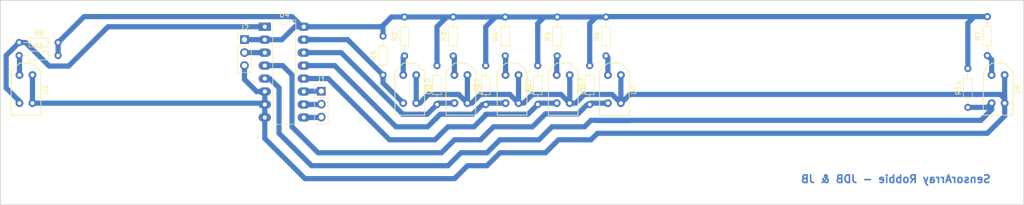
<source format=kicad_pcb>
(kicad_pcb (version 4) (host pcbnew 4.0.7)

  (general
    (links 58)
    (no_connects 0)
    (area 39.924999 89.924999 240.075001 130.075001)
    (thickness 1.6)
    (drawings 6)
    (tracks 204)
    (zones 0)
    (modules 24)
    (nets 21)
  )

  (page A4)
  (title_block
    (title "SensorArray Robbie")
    (date 2018-02-21)
    (company "De Bruycker Jorik & Bolle Jonas")
  )

  (layers
    (0 F.Cu signal)
    (31 B.Cu signal)
    (32 B.Adhes user)
    (33 F.Adhes user)
    (34 B.Paste user)
    (35 F.Paste user)
    (36 B.SilkS user)
    (37 F.SilkS user)
    (38 B.Mask user)
    (39 F.Mask user)
    (40 Dwgs.User user)
    (41 Cmts.User user)
    (42 Eco1.User user)
    (43 Eco2.User user)
    (44 Edge.Cuts user)
    (45 Margin user)
    (46 B.CrtYd user)
    (47 F.CrtYd user)
    (48 B.Fab user)
    (49 F.Fab user)
  )

  (setup
    (last_trace_width 1.016)
    (trace_clearance 0.2)
    (zone_clearance 0.508)
    (zone_45_only no)
    (trace_min 0.2)
    (segment_width 0.2)
    (edge_width 0.15)
    (via_size 0.6)
    (via_drill 0.4)
    (via_min_size 0.4)
    (via_min_drill 0.3)
    (uvia_size 0.3)
    (uvia_drill 0.1)
    (uvias_allowed no)
    (uvia_min_size 0.2)
    (uvia_min_drill 0.1)
    (pcb_text_width 0.3)
    (pcb_text_size 1.5 1.5)
    (mod_edge_width 0.15)
    (mod_text_size 1 1)
    (mod_text_width 0.15)
    (pad_size 1.524 1.524)
    (pad_drill 0.762)
    (pad_to_mask_clearance 0.2)
    (aux_axis_origin 0 0)
    (visible_elements 7FFFFFFF)
    (pcbplotparams
      (layerselection 0x00030_80000001)
      (usegerberextensions false)
      (excludeedgelayer true)
      (linewidth 0.100000)
      (plotframeref false)
      (viasonmask false)
      (mode 1)
      (useauxorigin false)
      (hpglpennumber 1)
      (hpglpenspeed 20)
      (hpglpendiameter 15)
      (hpglpenoverlay 2)
      (psnegative false)
      (psa4output false)
      (plotreference true)
      (plotvalue true)
      (plotinvisibletext false)
      (padsonsilk false)
      (subtractmaskfromsilk false)
      (outputformat 1)
      (mirror false)
      (drillshape 1)
      (scaleselection 1)
      (outputdirectory ""))
  )

  (net 0 "")
  (net 1 /S0)
  (net 2 /S1)
  (net 3 /S2)
  (net 4 VDD)
  (net 5 /Mux_Out)
  (net 6 /Sensor1)
  (net 7 /Sensor2)
  (net 8 /Sensor3)
  (net 9 /Sensor4)
  (net 10 /Sensor5)
  (net 11 VSS)
  (net 12 "Net-(R1-Pad1)")
  (net 13 "Net-(R2-Pad1)")
  (net 14 "Net-(R3-Pad1)")
  (net 15 "Net-(R4-Pad1)")
  (net 16 "Net-(R5-Pad1)")
  (net 17 "Net-(R6-Pad1)")
  (net 18 "Net-(R7-Pad1)")
  (net 19 /SensorLinks)
  (net 20 /SensorRechts)

  (net_class Default "Dit is de standaard class."
    (clearance 0.2)
    (trace_width 1.016)
    (via_dia 0.6)
    (via_drill 0.4)
    (uvia_dia 0.3)
    (uvia_drill 0.1)
    (add_net /Mux_Out)
    (add_net /S0)
    (add_net /S1)
    (add_net /S2)
    (add_net /Sensor1)
    (add_net /Sensor2)
    (add_net /Sensor3)
    (add_net /Sensor4)
    (add_net /Sensor5)
    (add_net /SensorLinks)
    (add_net /SensorRechts)
    (add_net "Net-(R1-Pad1)")
    (add_net "Net-(R2-Pad1)")
    (add_net "Net-(R3-Pad1)")
    (add_net "Net-(R4-Pad1)")
    (add_net "Net-(R5-Pad1)")
    (add_net "Net-(R6-Pad1)")
    (add_net "Net-(R7-Pad1)")
    (add_net VDD)
    (add_net VSS)
  )

  (module SensorArrayFootprints:TCRT5000 locked (layer F.Cu) (tedit 5A842C13) (tstamp 5A8D9290)
    (at 45 107.38 90)
    (path /5A8DD7ED)
    (fp_text reference U1 (at -0.1 3.8 90) (layer F.SilkS)
      (effects (font (size 1 1) (thickness 0.15)))
    )
    (fp_text value TCRT5000 (at -0.05 -3.6 90) (layer F.Fab)
      (effects (font (size 1 1) (thickness 0.15)))
    )
    (fp_line (start 3.45 2.9) (end -5.1 2.9) (layer F.SilkS) (width 0.15))
    (fp_line (start -5.1 -2.9) (end 3.45 -2.9) (layer F.SilkS) (width 0.15))
    (fp_line (start 5.1 -1.25) (end 5.1 1.25) (layer F.SilkS) (width 0.15))
    (fp_line (start 5.1 -1.25) (end 3.45 -2.9) (layer F.SilkS) (width 0.15))
    (fp_line (start 3.45 2.9) (end 5.1 1.25) (layer F.SilkS) (width 0.15))
    (fp_line (start -5.1 2.9) (end -5.1 -2.9) (layer F.SilkS) (width 0.15))
    (pad 1 thru_hole circle (at 2.75 -1.27 90) (size 1.524 1.524) (drill 0.762) (layers *.Cu *.Mask)
      (net 12 "Net-(R1-Pad1)"))
    (pad 2 thru_hole circle (at 2.75 1.27 90) (size 1.524 1.524) (drill 0.762) (layers *.Cu *.Mask)
      (net 11 VSS))
    (pad 3 thru_hole circle (at -2.75 -1.27 90) (size 1.524 1.524) (drill 0.762) (layers *.Cu *.Mask)
      (net 19 /SensorLinks))
    (pad 4 thru_hole circle (at -2.75 1.27 90) (size 1.524 1.524) (drill 0.762) (layers *.Cu *.Mask)
      (net 11 VSS))
  )

  (module SensorArrayFootprints:TCRT5000 locked (layer F.Cu) (tedit 5A842C13) (tstamp 5A8D9298)
    (at 120 107.38 90)
    (path /5A8DBA84)
    (fp_text reference U2 (at -0.1 3.8 90) (layer F.SilkS)
      (effects (font (size 1 1) (thickness 0.15)))
    )
    (fp_text value TCRT5000 (at -0.05 -3.6 90) (layer F.Fab)
      (effects (font (size 1 1) (thickness 0.15)))
    )
    (fp_line (start 3.45 2.9) (end -5.1 2.9) (layer F.SilkS) (width 0.15))
    (fp_line (start -5.1 -2.9) (end 3.45 -2.9) (layer F.SilkS) (width 0.15))
    (fp_line (start 5.1 -1.25) (end 5.1 1.25) (layer F.SilkS) (width 0.15))
    (fp_line (start 5.1 -1.25) (end 3.45 -2.9) (layer F.SilkS) (width 0.15))
    (fp_line (start 3.45 2.9) (end 5.1 1.25) (layer F.SilkS) (width 0.15))
    (fp_line (start -5.1 2.9) (end -5.1 -2.9) (layer F.SilkS) (width 0.15))
    (pad 1 thru_hole circle (at 2.75 -1.27 90) (size 1.524 1.524) (drill 0.762) (layers *.Cu *.Mask)
      (net 13 "Net-(R2-Pad1)"))
    (pad 2 thru_hole circle (at 2.75 1.27 90) (size 1.524 1.524) (drill 0.762) (layers *.Cu *.Mask)
      (net 11 VSS))
    (pad 3 thru_hole circle (at -2.75 -1.27 90) (size 1.524 1.524) (drill 0.762) (layers *.Cu *.Mask)
      (net 6 /Sensor1))
    (pad 4 thru_hole circle (at -2.75 1.27 90) (size 1.524 1.524) (drill 0.762) (layers *.Cu *.Mask)
      (net 11 VSS))
  )

  (module SensorArrayFootprints:TCRT5000 locked (layer F.Cu) (tedit 5A842C13) (tstamp 5A8D92A0)
    (at 130 107.38 90)
    (path /5A8DBBD7)
    (fp_text reference U3 (at -0.1 3.8 90) (layer F.SilkS)
      (effects (font (size 1 1) (thickness 0.15)))
    )
    (fp_text value TCRT5000 (at -0.05 -3.6 90) (layer F.Fab)
      (effects (font (size 1 1) (thickness 0.15)))
    )
    (fp_line (start 3.45 2.9) (end -5.1 2.9) (layer F.SilkS) (width 0.15))
    (fp_line (start -5.1 -2.9) (end 3.45 -2.9) (layer F.SilkS) (width 0.15))
    (fp_line (start 5.1 -1.25) (end 5.1 1.25) (layer F.SilkS) (width 0.15))
    (fp_line (start 5.1 -1.25) (end 3.45 -2.9) (layer F.SilkS) (width 0.15))
    (fp_line (start 3.45 2.9) (end 5.1 1.25) (layer F.SilkS) (width 0.15))
    (fp_line (start -5.1 2.9) (end -5.1 -2.9) (layer F.SilkS) (width 0.15))
    (pad 1 thru_hole circle (at 2.75 -1.27 90) (size 1.524 1.524) (drill 0.762) (layers *.Cu *.Mask)
      (net 14 "Net-(R3-Pad1)"))
    (pad 2 thru_hole circle (at 2.75 1.27 90) (size 1.524 1.524) (drill 0.762) (layers *.Cu *.Mask)
      (net 11 VSS))
    (pad 3 thru_hole circle (at -2.75 -1.27 90) (size 1.524 1.524) (drill 0.762) (layers *.Cu *.Mask)
      (net 7 /Sensor2))
    (pad 4 thru_hole circle (at -2.75 1.27 90) (size 1.524 1.524) (drill 0.762) (layers *.Cu *.Mask)
      (net 11 VSS))
  )

  (module SensorArrayFootprints:TCRT5000 locked (layer F.Cu) (tedit 5A842C13) (tstamp 5A8D92BC)
    (at 140 107.38 90)
    (path /5A8DBBF2)
    (fp_text reference U5 (at -0.1 3.8 90) (layer F.SilkS)
      (effects (font (size 1 1) (thickness 0.15)))
    )
    (fp_text value TCRT5000 (at -0.05 -3.6 90) (layer F.Fab)
      (effects (font (size 1 1) (thickness 0.15)))
    )
    (fp_line (start 3.45 2.9) (end -5.1 2.9) (layer F.SilkS) (width 0.15))
    (fp_line (start -5.1 -2.9) (end 3.45 -2.9) (layer F.SilkS) (width 0.15))
    (fp_line (start 5.1 -1.25) (end 5.1 1.25) (layer F.SilkS) (width 0.15))
    (fp_line (start 5.1 -1.25) (end 3.45 -2.9) (layer F.SilkS) (width 0.15))
    (fp_line (start 3.45 2.9) (end 5.1 1.25) (layer F.SilkS) (width 0.15))
    (fp_line (start -5.1 2.9) (end -5.1 -2.9) (layer F.SilkS) (width 0.15))
    (pad 1 thru_hole circle (at 2.75 -1.27 90) (size 1.524 1.524) (drill 0.762) (layers *.Cu *.Mask)
      (net 15 "Net-(R4-Pad1)"))
    (pad 2 thru_hole circle (at 2.75 1.27 90) (size 1.524 1.524) (drill 0.762) (layers *.Cu *.Mask)
      (net 11 VSS))
    (pad 3 thru_hole circle (at -2.75 -1.27 90) (size 1.524 1.524) (drill 0.762) (layers *.Cu *.Mask)
      (net 8 /Sensor3))
    (pad 4 thru_hole circle (at -2.75 1.27 90) (size 1.524 1.524) (drill 0.762) (layers *.Cu *.Mask)
      (net 11 VSS))
  )

  (module SensorArrayFootprints:TCRT5000 locked (layer F.Cu) (tedit 5A842C13) (tstamp 5A8D92C4)
    (at 150 107.38 90)
    (path /5A8DC291)
    (fp_text reference U6 (at -0.1 3.8 90) (layer F.SilkS)
      (effects (font (size 1 1) (thickness 0.15)))
    )
    (fp_text value TCRT5000 (at -0.05 -3.6 90) (layer F.Fab)
      (effects (font (size 1 1) (thickness 0.15)))
    )
    (fp_line (start 3.45 2.9) (end -5.1 2.9) (layer F.SilkS) (width 0.15))
    (fp_line (start -5.1 -2.9) (end 3.45 -2.9) (layer F.SilkS) (width 0.15))
    (fp_line (start 5.1 -1.25) (end 5.1 1.25) (layer F.SilkS) (width 0.15))
    (fp_line (start 5.1 -1.25) (end 3.45 -2.9) (layer F.SilkS) (width 0.15))
    (fp_line (start 3.45 2.9) (end 5.1 1.25) (layer F.SilkS) (width 0.15))
    (fp_line (start -5.1 2.9) (end -5.1 -2.9) (layer F.SilkS) (width 0.15))
    (pad 1 thru_hole circle (at 2.75 -1.27 90) (size 1.524 1.524) (drill 0.762) (layers *.Cu *.Mask)
      (net 16 "Net-(R5-Pad1)"))
    (pad 2 thru_hole circle (at 2.75 1.27 90) (size 1.524 1.524) (drill 0.762) (layers *.Cu *.Mask)
      (net 11 VSS))
    (pad 3 thru_hole circle (at -2.75 -1.27 90) (size 1.524 1.524) (drill 0.762) (layers *.Cu *.Mask)
      (net 9 /Sensor4))
    (pad 4 thru_hole circle (at -2.75 1.27 90) (size 1.524 1.524) (drill 0.762) (layers *.Cu *.Mask)
      (net 11 VSS))
  )

  (module SensorArrayFootprints:TCRT5000 locked (layer F.Cu) (tedit 5A842C13) (tstamp 5A8D92CC)
    (at 160 107.38 90)
    (path /5A8DC2AC)
    (fp_text reference U7 (at -0.1 3.8 90) (layer F.SilkS)
      (effects (font (size 1 1) (thickness 0.15)))
    )
    (fp_text value TCRT5000 (at -0.05 -3.6 90) (layer F.Fab)
      (effects (font (size 1 1) (thickness 0.15)))
    )
    (fp_line (start 3.45 2.9) (end -5.1 2.9) (layer F.SilkS) (width 0.15))
    (fp_line (start -5.1 -2.9) (end 3.45 -2.9) (layer F.SilkS) (width 0.15))
    (fp_line (start 5.1 -1.25) (end 5.1 1.25) (layer F.SilkS) (width 0.15))
    (fp_line (start 5.1 -1.25) (end 3.45 -2.9) (layer F.SilkS) (width 0.15))
    (fp_line (start 3.45 2.9) (end 5.1 1.25) (layer F.SilkS) (width 0.15))
    (fp_line (start -5.1 2.9) (end -5.1 -2.9) (layer F.SilkS) (width 0.15))
    (pad 1 thru_hole circle (at 2.75 -1.27 90) (size 1.524 1.524) (drill 0.762) (layers *.Cu *.Mask)
      (net 17 "Net-(R6-Pad1)"))
    (pad 2 thru_hole circle (at 2.75 1.27 90) (size 1.524 1.524) (drill 0.762) (layers *.Cu *.Mask)
      (net 11 VSS))
    (pad 3 thru_hole circle (at -2.75 -1.27 90) (size 1.524 1.524) (drill 0.762) (layers *.Cu *.Mask)
      (net 10 /Sensor5))
    (pad 4 thru_hole circle (at -2.75 1.27 90) (size 1.524 1.524) (drill 0.762) (layers *.Cu *.Mask)
      (net 11 VSS))
  )

  (module SensorArrayFootprints:TCRT5000 locked (layer F.Cu) (tedit 5A842C13) (tstamp 5A8D92D4)
    (at 235 107.38 90)
    (path /5A8DC2C7)
    (fp_text reference U8 (at -0.1 3.8 90) (layer F.SilkS)
      (effects (font (size 1 1) (thickness 0.15)))
    )
    (fp_text value TCRT5000 (at -0.05 -3.6 90) (layer F.Fab)
      (effects (font (size 1 1) (thickness 0.15)))
    )
    (fp_line (start 3.45 2.9) (end -5.1 2.9) (layer F.SilkS) (width 0.15))
    (fp_line (start -5.1 -2.9) (end 3.45 -2.9) (layer F.SilkS) (width 0.15))
    (fp_line (start 5.1 -1.25) (end 5.1 1.25) (layer F.SilkS) (width 0.15))
    (fp_line (start 5.1 -1.25) (end 3.45 -2.9) (layer F.SilkS) (width 0.15))
    (fp_line (start 3.45 2.9) (end 5.1 1.25) (layer F.SilkS) (width 0.15))
    (fp_line (start -5.1 2.9) (end -5.1 -2.9) (layer F.SilkS) (width 0.15))
    (pad 1 thru_hole circle (at 2.75 -1.27 90) (size 1.524 1.524) (drill 0.762) (layers *.Cu *.Mask)
      (net 18 "Net-(R7-Pad1)"))
    (pad 2 thru_hole circle (at 2.75 1.27 90) (size 1.524 1.524) (drill 0.762) (layers *.Cu *.Mask)
      (net 11 VSS))
    (pad 3 thru_hole circle (at -2.75 -1.27 90) (size 1.524 1.524) (drill 0.762) (layers *.Cu *.Mask)
      (net 20 /SensorRechts))
    (pad 4 thru_hole circle (at -2.75 1.27 90) (size 1.524 1.524) (drill 0.762) (layers *.Cu *.Mask)
      (net 11 VSS))
  )

  (module Pin_Headers:Pin_Header_Straight_1x03_Pitch2.54mm (layer F.Cu) (tedit 59650532) (tstamp 5A8DC021)
    (at 102.715 107.785)
    (descr "Through hole straight pin header, 1x03, 2.54mm pitch, single row")
    (tags "Through hole pin header THT 1x03 2.54mm single row")
    (path /5A8DC018)
    (fp_text reference J1 (at 0 -2.33) (layer F.SilkS)
      (effects (font (size 1 1) (thickness 0.15)))
    )
    (fp_text value Conn_01x03_Female (at 0 7.41) (layer F.Fab)
      (effects (font (size 1 1) (thickness 0.15)))
    )
    (fp_line (start -0.635 -1.27) (end 1.27 -1.27) (layer F.Fab) (width 0.1))
    (fp_line (start 1.27 -1.27) (end 1.27 6.35) (layer F.Fab) (width 0.1))
    (fp_line (start 1.27 6.35) (end -1.27 6.35) (layer F.Fab) (width 0.1))
    (fp_line (start -1.27 6.35) (end -1.27 -0.635) (layer F.Fab) (width 0.1))
    (fp_line (start -1.27 -0.635) (end -0.635 -1.27) (layer F.Fab) (width 0.1))
    (fp_line (start -1.33 6.41) (end 1.33 6.41) (layer F.SilkS) (width 0.12))
    (fp_line (start -1.33 1.27) (end -1.33 6.41) (layer F.SilkS) (width 0.12))
    (fp_line (start 1.33 1.27) (end 1.33 6.41) (layer F.SilkS) (width 0.12))
    (fp_line (start -1.33 1.27) (end 1.33 1.27) (layer F.SilkS) (width 0.12))
    (fp_line (start -1.33 0) (end -1.33 -1.33) (layer F.SilkS) (width 0.12))
    (fp_line (start -1.33 -1.33) (end 0 -1.33) (layer F.SilkS) (width 0.12))
    (fp_line (start -1.8 -1.8) (end -1.8 6.85) (layer F.CrtYd) (width 0.05))
    (fp_line (start -1.8 6.85) (end 1.8 6.85) (layer F.CrtYd) (width 0.05))
    (fp_line (start 1.8 6.85) (end 1.8 -1.8) (layer F.CrtYd) (width 0.05))
    (fp_line (start 1.8 -1.8) (end -1.8 -1.8) (layer F.CrtYd) (width 0.05))
    (fp_text user %R (at 0 2.54 90) (layer F.Fab)
      (effects (font (size 1 1) (thickness 0.15)))
    )
    (pad 1 thru_hole rect (at 0 0) (size 1.7 1.7) (drill 1) (layers *.Cu *.Mask)
      (net 1 /S0))
    (pad 2 thru_hole oval (at 0 2.54) (size 1.7 1.7) (drill 1) (layers *.Cu *.Mask)
      (net 2 /S1))
    (pad 3 thru_hole oval (at 0 5.08) (size 1.7 1.7) (drill 1) (layers *.Cu *.Mask)
      (net 3 /S2))
    (model ${KISYS3DMOD}/Pin_Headers.3dshapes/Pin_Header_Straight_1x03_Pitch2.54mm.wrl
      (at (xyz 0 0 0))
      (scale (xyz 1 1 1))
      (rotate (xyz 0 0 0))
    )
  )

  (module Pin_Headers:Pin_Header_Straight_1x03_Pitch2.54mm (layer F.Cu) (tedit 59650532) (tstamp 5A8DC028)
    (at 87.7062 97.6884)
    (descr "Through hole straight pin header, 1x03, 2.54mm pitch, single row")
    (tags "Through hole pin header THT 1x03 2.54mm single row")
    (path /5A8DC312)
    (fp_text reference J2 (at 0 -2.33) (layer F.SilkS)
      (effects (font (size 1 1) (thickness 0.15)))
    )
    (fp_text value Conn_01x03_Female (at 0 7.41) (layer F.Fab)
      (effects (font (size 1 1) (thickness 0.15)))
    )
    (fp_line (start -0.635 -1.27) (end 1.27 -1.27) (layer F.Fab) (width 0.1))
    (fp_line (start 1.27 -1.27) (end 1.27 6.35) (layer F.Fab) (width 0.1))
    (fp_line (start 1.27 6.35) (end -1.27 6.35) (layer F.Fab) (width 0.1))
    (fp_line (start -1.27 6.35) (end -1.27 -0.635) (layer F.Fab) (width 0.1))
    (fp_line (start -1.27 -0.635) (end -0.635 -1.27) (layer F.Fab) (width 0.1))
    (fp_line (start -1.33 6.41) (end 1.33 6.41) (layer F.SilkS) (width 0.12))
    (fp_line (start -1.33 1.27) (end -1.33 6.41) (layer F.SilkS) (width 0.12))
    (fp_line (start 1.33 1.27) (end 1.33 6.41) (layer F.SilkS) (width 0.12))
    (fp_line (start -1.33 1.27) (end 1.33 1.27) (layer F.SilkS) (width 0.12))
    (fp_line (start -1.33 0) (end -1.33 -1.33) (layer F.SilkS) (width 0.12))
    (fp_line (start -1.33 -1.33) (end 0 -1.33) (layer F.SilkS) (width 0.12))
    (fp_line (start -1.8 -1.8) (end -1.8 6.85) (layer F.CrtYd) (width 0.05))
    (fp_line (start -1.8 6.85) (end 1.8 6.85) (layer F.CrtYd) (width 0.05))
    (fp_line (start 1.8 6.85) (end 1.8 -1.8) (layer F.CrtYd) (width 0.05))
    (fp_line (start 1.8 -1.8) (end -1.8 -1.8) (layer F.CrtYd) (width 0.05))
    (fp_text user %R (at 0 2.54 90) (layer F.Fab)
      (effects (font (size 1 1) (thickness 0.15)))
    )
    (pad 1 thru_hole rect (at 0 0) (size 1.7 1.7) (drill 1) (layers *.Cu *.Mask)
      (net 4 VDD))
    (pad 2 thru_hole oval (at 0 2.54) (size 1.7 1.7) (drill 1) (layers *.Cu *.Mask)
      (net 5 /Mux_Out))
    (pad 3 thru_hole oval (at 0 5.08) (size 1.7 1.7) (drill 1) (layers *.Cu *.Mask)
      (net 11 VSS))
    (model ${KISYS3DMOD}/Pin_Headers.3dshapes/Pin_Header_Straight_1x03_Pitch2.54mm.wrl
      (at (xyz 0 0 0))
      (scale (xyz 1 1 1))
      (rotate (xyz 0 0 0))
    )
  )

  (module Resistors_THT:R_Axial_DIN0204_L3.6mm_D1.6mm_P7.62mm_Horizontal (layer F.Cu) (tedit 5874F706) (tstamp 5A8DC02E)
    (at 43.66 100.8)
    (descr "Resistor, Axial_DIN0204 series, Axial, Horizontal, pin pitch=7.62mm, 0.16666666666666666W = 1/6W, length*diameter=3.6*1.6mm^2, http://cdn-reichelt.de/documents/datenblatt/B400/1_4W%23YAG.pdf")
    (tags "Resistor Axial_DIN0204 series Axial Horizontal pin pitch 7.62mm 0.16666666666666666W = 1/6W length 3.6mm diameter 1.6mm")
    (path /5A8DB20A)
    (fp_text reference R1 (at 3.81 -1.86) (layer F.SilkS)
      (effects (font (size 1 1) (thickness 0.15)))
    )
    (fp_text value R (at 3.81 1.86) (layer F.Fab)
      (effects (font (size 1 1) (thickness 0.15)))
    )
    (fp_line (start 2.01 -0.8) (end 2.01 0.8) (layer F.Fab) (width 0.1))
    (fp_line (start 2.01 0.8) (end 5.61 0.8) (layer F.Fab) (width 0.1))
    (fp_line (start 5.61 0.8) (end 5.61 -0.8) (layer F.Fab) (width 0.1))
    (fp_line (start 5.61 -0.8) (end 2.01 -0.8) (layer F.Fab) (width 0.1))
    (fp_line (start 0 0) (end 2.01 0) (layer F.Fab) (width 0.1))
    (fp_line (start 7.62 0) (end 5.61 0) (layer F.Fab) (width 0.1))
    (fp_line (start 1.95 -0.86) (end 1.95 0.86) (layer F.SilkS) (width 0.12))
    (fp_line (start 1.95 0.86) (end 5.67 0.86) (layer F.SilkS) (width 0.12))
    (fp_line (start 5.67 0.86) (end 5.67 -0.86) (layer F.SilkS) (width 0.12))
    (fp_line (start 5.67 -0.86) (end 1.95 -0.86) (layer F.SilkS) (width 0.12))
    (fp_line (start 0.88 0) (end 1.95 0) (layer F.SilkS) (width 0.12))
    (fp_line (start 6.74 0) (end 5.67 0) (layer F.SilkS) (width 0.12))
    (fp_line (start -0.95 -1.15) (end -0.95 1.15) (layer F.CrtYd) (width 0.05))
    (fp_line (start -0.95 1.15) (end 8.6 1.15) (layer F.CrtYd) (width 0.05))
    (fp_line (start 8.6 1.15) (end 8.6 -1.15) (layer F.CrtYd) (width 0.05))
    (fp_line (start 8.6 -1.15) (end -0.95 -1.15) (layer F.CrtYd) (width 0.05))
    (pad 1 thru_hole circle (at 0 0) (size 1.4 1.4) (drill 0.7) (layers *.Cu *.Mask)
      (net 12 "Net-(R1-Pad1)"))
    (pad 2 thru_hole oval (at 7.62 0) (size 1.4 1.4) (drill 0.7) (layers *.Cu *.Mask)
      (net 4 VDD))
    (model ${KISYS3DMOD}/Resistors_THT.3dshapes/R_Axial_DIN0204_L3.6mm_D1.6mm_P7.62mm_Horizontal.wrl
      (at (xyz 0 0 0))
      (scale (xyz 0.393701 0.393701 0.393701))
      (rotate (xyz 0 0 0))
    )
  )

  (module Resistors_THT:R_Axial_DIN0204_L3.6mm_D1.6mm_P7.62mm_Horizontal (layer F.Cu) (tedit 5874F706) (tstamp 5A8DC034)
    (at 118.98 100.875 90)
    (descr "Resistor, Axial_DIN0204 series, Axial, Horizontal, pin pitch=7.62mm, 0.16666666666666666W = 1/6W, length*diameter=3.6*1.6mm^2, http://cdn-reichelt.de/documents/datenblatt/B400/1_4W%23YAG.pdf")
    (tags "Resistor Axial_DIN0204 series Axial Horizontal pin pitch 7.62mm 0.16666666666666666W = 1/6W length 3.6mm diameter 1.6mm")
    (path /5A8DBA8A)
    (fp_text reference R2 (at 3.81 -1.86 90) (layer F.SilkS)
      (effects (font (size 1 1) (thickness 0.15)))
    )
    (fp_text value R (at 3.81 1.86 90) (layer F.Fab)
      (effects (font (size 1 1) (thickness 0.15)))
    )
    (fp_line (start 2.01 -0.8) (end 2.01 0.8) (layer F.Fab) (width 0.1))
    (fp_line (start 2.01 0.8) (end 5.61 0.8) (layer F.Fab) (width 0.1))
    (fp_line (start 5.61 0.8) (end 5.61 -0.8) (layer F.Fab) (width 0.1))
    (fp_line (start 5.61 -0.8) (end 2.01 -0.8) (layer F.Fab) (width 0.1))
    (fp_line (start 0 0) (end 2.01 0) (layer F.Fab) (width 0.1))
    (fp_line (start 7.62 0) (end 5.61 0) (layer F.Fab) (width 0.1))
    (fp_line (start 1.95 -0.86) (end 1.95 0.86) (layer F.SilkS) (width 0.12))
    (fp_line (start 1.95 0.86) (end 5.67 0.86) (layer F.SilkS) (width 0.12))
    (fp_line (start 5.67 0.86) (end 5.67 -0.86) (layer F.SilkS) (width 0.12))
    (fp_line (start 5.67 -0.86) (end 1.95 -0.86) (layer F.SilkS) (width 0.12))
    (fp_line (start 0.88 0) (end 1.95 0) (layer F.SilkS) (width 0.12))
    (fp_line (start 6.74 0) (end 5.67 0) (layer F.SilkS) (width 0.12))
    (fp_line (start -0.95 -1.15) (end -0.95 1.15) (layer F.CrtYd) (width 0.05))
    (fp_line (start -0.95 1.15) (end 8.6 1.15) (layer F.CrtYd) (width 0.05))
    (fp_line (start 8.6 1.15) (end 8.6 -1.15) (layer F.CrtYd) (width 0.05))
    (fp_line (start 8.6 -1.15) (end -0.95 -1.15) (layer F.CrtYd) (width 0.05))
    (pad 1 thru_hole circle (at 0 0 90) (size 1.4 1.4) (drill 0.7) (layers *.Cu *.Mask)
      (net 13 "Net-(R2-Pad1)"))
    (pad 2 thru_hole oval (at 7.62 0 90) (size 1.4 1.4) (drill 0.7) (layers *.Cu *.Mask)
      (net 4 VDD))
    (model ${KISYS3DMOD}/Resistors_THT.3dshapes/R_Axial_DIN0204_L3.6mm_D1.6mm_P7.62mm_Horizontal.wrl
      (at (xyz 0 0 0))
      (scale (xyz 0.393701 0.393701 0.393701))
      (rotate (xyz 0 0 0))
    )
  )

  (module Resistors_THT:R_Axial_DIN0204_L3.6mm_D1.6mm_P7.62mm_Horizontal (layer F.Cu) (tedit 5874F706) (tstamp 5A8DC03A)
    (at 128.505 100.875 90)
    (descr "Resistor, Axial_DIN0204 series, Axial, Horizontal, pin pitch=7.62mm, 0.16666666666666666W = 1/6W, length*diameter=3.6*1.6mm^2, http://cdn-reichelt.de/documents/datenblatt/B400/1_4W%23YAG.pdf")
    (tags "Resistor Axial_DIN0204 series Axial Horizontal pin pitch 7.62mm 0.16666666666666666W = 1/6W length 3.6mm diameter 1.6mm")
    (path /5A8DBBDD)
    (fp_text reference R3 (at 3.81 -1.86 90) (layer F.SilkS)
      (effects (font (size 1 1) (thickness 0.15)))
    )
    (fp_text value R (at 3.81 1.86 90) (layer F.Fab)
      (effects (font (size 1 1) (thickness 0.15)))
    )
    (fp_line (start 2.01 -0.8) (end 2.01 0.8) (layer F.Fab) (width 0.1))
    (fp_line (start 2.01 0.8) (end 5.61 0.8) (layer F.Fab) (width 0.1))
    (fp_line (start 5.61 0.8) (end 5.61 -0.8) (layer F.Fab) (width 0.1))
    (fp_line (start 5.61 -0.8) (end 2.01 -0.8) (layer F.Fab) (width 0.1))
    (fp_line (start 0 0) (end 2.01 0) (layer F.Fab) (width 0.1))
    (fp_line (start 7.62 0) (end 5.61 0) (layer F.Fab) (width 0.1))
    (fp_line (start 1.95 -0.86) (end 1.95 0.86) (layer F.SilkS) (width 0.12))
    (fp_line (start 1.95 0.86) (end 5.67 0.86) (layer F.SilkS) (width 0.12))
    (fp_line (start 5.67 0.86) (end 5.67 -0.86) (layer F.SilkS) (width 0.12))
    (fp_line (start 5.67 -0.86) (end 1.95 -0.86) (layer F.SilkS) (width 0.12))
    (fp_line (start 0.88 0) (end 1.95 0) (layer F.SilkS) (width 0.12))
    (fp_line (start 6.74 0) (end 5.67 0) (layer F.SilkS) (width 0.12))
    (fp_line (start -0.95 -1.15) (end -0.95 1.15) (layer F.CrtYd) (width 0.05))
    (fp_line (start -0.95 1.15) (end 8.6 1.15) (layer F.CrtYd) (width 0.05))
    (fp_line (start 8.6 1.15) (end 8.6 -1.15) (layer F.CrtYd) (width 0.05))
    (fp_line (start 8.6 -1.15) (end -0.95 -1.15) (layer F.CrtYd) (width 0.05))
    (pad 1 thru_hole circle (at 0 0 90) (size 1.4 1.4) (drill 0.7) (layers *.Cu *.Mask)
      (net 14 "Net-(R3-Pad1)"))
    (pad 2 thru_hole oval (at 7.62 0 90) (size 1.4 1.4) (drill 0.7) (layers *.Cu *.Mask)
      (net 4 VDD))
    (model ${KISYS3DMOD}/Resistors_THT.3dshapes/R_Axial_DIN0204_L3.6mm_D1.6mm_P7.62mm_Horizontal.wrl
      (at (xyz 0 0 0))
      (scale (xyz 0.393701 0.393701 0.393701))
      (rotate (xyz 0 0 0))
    )
  )

  (module Resistors_THT:R_Axial_DIN0204_L3.6mm_D1.6mm_P7.62mm_Horizontal (layer F.Cu) (tedit 5874F706) (tstamp 5A8DC040)
    (at 138.665 100.875 90)
    (descr "Resistor, Axial_DIN0204 series, Axial, Horizontal, pin pitch=7.62mm, 0.16666666666666666W = 1/6W, length*diameter=3.6*1.6mm^2, http://cdn-reichelt.de/documents/datenblatt/B400/1_4W%23YAG.pdf")
    (tags "Resistor Axial_DIN0204 series Axial Horizontal pin pitch 7.62mm 0.16666666666666666W = 1/6W length 3.6mm diameter 1.6mm")
    (path /5A8DBBF8)
    (fp_text reference R4 (at 3.81 -1.86 90) (layer F.SilkS)
      (effects (font (size 1 1) (thickness 0.15)))
    )
    (fp_text value R (at 3.81 1.86 90) (layer F.Fab)
      (effects (font (size 1 1) (thickness 0.15)))
    )
    (fp_line (start 2.01 -0.8) (end 2.01 0.8) (layer F.Fab) (width 0.1))
    (fp_line (start 2.01 0.8) (end 5.61 0.8) (layer F.Fab) (width 0.1))
    (fp_line (start 5.61 0.8) (end 5.61 -0.8) (layer F.Fab) (width 0.1))
    (fp_line (start 5.61 -0.8) (end 2.01 -0.8) (layer F.Fab) (width 0.1))
    (fp_line (start 0 0) (end 2.01 0) (layer F.Fab) (width 0.1))
    (fp_line (start 7.62 0) (end 5.61 0) (layer F.Fab) (width 0.1))
    (fp_line (start 1.95 -0.86) (end 1.95 0.86) (layer F.SilkS) (width 0.12))
    (fp_line (start 1.95 0.86) (end 5.67 0.86) (layer F.SilkS) (width 0.12))
    (fp_line (start 5.67 0.86) (end 5.67 -0.86) (layer F.SilkS) (width 0.12))
    (fp_line (start 5.67 -0.86) (end 1.95 -0.86) (layer F.SilkS) (width 0.12))
    (fp_line (start 0.88 0) (end 1.95 0) (layer F.SilkS) (width 0.12))
    (fp_line (start 6.74 0) (end 5.67 0) (layer F.SilkS) (width 0.12))
    (fp_line (start -0.95 -1.15) (end -0.95 1.15) (layer F.CrtYd) (width 0.05))
    (fp_line (start -0.95 1.15) (end 8.6 1.15) (layer F.CrtYd) (width 0.05))
    (fp_line (start 8.6 1.15) (end 8.6 -1.15) (layer F.CrtYd) (width 0.05))
    (fp_line (start 8.6 -1.15) (end -0.95 -1.15) (layer F.CrtYd) (width 0.05))
    (pad 1 thru_hole circle (at 0 0 90) (size 1.4 1.4) (drill 0.7) (layers *.Cu *.Mask)
      (net 15 "Net-(R4-Pad1)"))
    (pad 2 thru_hole oval (at 7.62 0 90) (size 1.4 1.4) (drill 0.7) (layers *.Cu *.Mask)
      (net 4 VDD))
    (model ${KISYS3DMOD}/Resistors_THT.3dshapes/R_Axial_DIN0204_L3.6mm_D1.6mm_P7.62mm_Horizontal.wrl
      (at (xyz 0 0 0))
      (scale (xyz 0.393701 0.393701 0.393701))
      (rotate (xyz 0 0 0))
    )
  )

  (module Resistors_THT:R_Axial_DIN0204_L3.6mm_D1.6mm_P7.62mm_Horizontal (layer F.Cu) (tedit 5874F706) (tstamp 5A8DC046)
    (at 148.825 100.875 90)
    (descr "Resistor, Axial_DIN0204 series, Axial, Horizontal, pin pitch=7.62mm, 0.16666666666666666W = 1/6W, length*diameter=3.6*1.6mm^2, http://cdn-reichelt.de/documents/datenblatt/B400/1_4W%23YAG.pdf")
    (tags "Resistor Axial_DIN0204 series Axial Horizontal pin pitch 7.62mm 0.16666666666666666W = 1/6W length 3.6mm diameter 1.6mm")
    (path /5A8DC297)
    (fp_text reference R5 (at 3.81 -1.86 90) (layer F.SilkS)
      (effects (font (size 1 1) (thickness 0.15)))
    )
    (fp_text value R (at 3.81 1.86 90) (layer F.Fab)
      (effects (font (size 1 1) (thickness 0.15)))
    )
    (fp_line (start 2.01 -0.8) (end 2.01 0.8) (layer F.Fab) (width 0.1))
    (fp_line (start 2.01 0.8) (end 5.61 0.8) (layer F.Fab) (width 0.1))
    (fp_line (start 5.61 0.8) (end 5.61 -0.8) (layer F.Fab) (width 0.1))
    (fp_line (start 5.61 -0.8) (end 2.01 -0.8) (layer F.Fab) (width 0.1))
    (fp_line (start 0 0) (end 2.01 0) (layer F.Fab) (width 0.1))
    (fp_line (start 7.62 0) (end 5.61 0) (layer F.Fab) (width 0.1))
    (fp_line (start 1.95 -0.86) (end 1.95 0.86) (layer F.SilkS) (width 0.12))
    (fp_line (start 1.95 0.86) (end 5.67 0.86) (layer F.SilkS) (width 0.12))
    (fp_line (start 5.67 0.86) (end 5.67 -0.86) (layer F.SilkS) (width 0.12))
    (fp_line (start 5.67 -0.86) (end 1.95 -0.86) (layer F.SilkS) (width 0.12))
    (fp_line (start 0.88 0) (end 1.95 0) (layer F.SilkS) (width 0.12))
    (fp_line (start 6.74 0) (end 5.67 0) (layer F.SilkS) (width 0.12))
    (fp_line (start -0.95 -1.15) (end -0.95 1.15) (layer F.CrtYd) (width 0.05))
    (fp_line (start -0.95 1.15) (end 8.6 1.15) (layer F.CrtYd) (width 0.05))
    (fp_line (start 8.6 1.15) (end 8.6 -1.15) (layer F.CrtYd) (width 0.05))
    (fp_line (start 8.6 -1.15) (end -0.95 -1.15) (layer F.CrtYd) (width 0.05))
    (pad 1 thru_hole circle (at 0 0 90) (size 1.4 1.4) (drill 0.7) (layers *.Cu *.Mask)
      (net 16 "Net-(R5-Pad1)"))
    (pad 2 thru_hole oval (at 7.62 0 90) (size 1.4 1.4) (drill 0.7) (layers *.Cu *.Mask)
      (net 4 VDD))
    (model ${KISYS3DMOD}/Resistors_THT.3dshapes/R_Axial_DIN0204_L3.6mm_D1.6mm_P7.62mm_Horizontal.wrl
      (at (xyz 0 0 0))
      (scale (xyz 0.393701 0.393701 0.393701))
      (rotate (xyz 0 0 0))
    )
  )

  (module Resistors_THT:R_Axial_DIN0204_L3.6mm_D1.6mm_P7.62mm_Horizontal (layer F.Cu) (tedit 5874F706) (tstamp 5A8DC04C)
    (at 158.35 100.875 90)
    (descr "Resistor, Axial_DIN0204 series, Axial, Horizontal, pin pitch=7.62mm, 0.16666666666666666W = 1/6W, length*diameter=3.6*1.6mm^2, http://cdn-reichelt.de/documents/datenblatt/B400/1_4W%23YAG.pdf")
    (tags "Resistor Axial_DIN0204 series Axial Horizontal pin pitch 7.62mm 0.16666666666666666W = 1/6W length 3.6mm diameter 1.6mm")
    (path /5A8DC2B2)
    (fp_text reference R6 (at 3.81 -1.86 90) (layer F.SilkS)
      (effects (font (size 1 1) (thickness 0.15)))
    )
    (fp_text value R (at 3.81 1.86 90) (layer F.Fab)
      (effects (font (size 1 1) (thickness 0.15)))
    )
    (fp_line (start 2.01 -0.8) (end 2.01 0.8) (layer F.Fab) (width 0.1))
    (fp_line (start 2.01 0.8) (end 5.61 0.8) (layer F.Fab) (width 0.1))
    (fp_line (start 5.61 0.8) (end 5.61 -0.8) (layer F.Fab) (width 0.1))
    (fp_line (start 5.61 -0.8) (end 2.01 -0.8) (layer F.Fab) (width 0.1))
    (fp_line (start 0 0) (end 2.01 0) (layer F.Fab) (width 0.1))
    (fp_line (start 7.62 0) (end 5.61 0) (layer F.Fab) (width 0.1))
    (fp_line (start 1.95 -0.86) (end 1.95 0.86) (layer F.SilkS) (width 0.12))
    (fp_line (start 1.95 0.86) (end 5.67 0.86) (layer F.SilkS) (width 0.12))
    (fp_line (start 5.67 0.86) (end 5.67 -0.86) (layer F.SilkS) (width 0.12))
    (fp_line (start 5.67 -0.86) (end 1.95 -0.86) (layer F.SilkS) (width 0.12))
    (fp_line (start 0.88 0) (end 1.95 0) (layer F.SilkS) (width 0.12))
    (fp_line (start 6.74 0) (end 5.67 0) (layer F.SilkS) (width 0.12))
    (fp_line (start -0.95 -1.15) (end -0.95 1.15) (layer F.CrtYd) (width 0.05))
    (fp_line (start -0.95 1.15) (end 8.6 1.15) (layer F.CrtYd) (width 0.05))
    (fp_line (start 8.6 1.15) (end 8.6 -1.15) (layer F.CrtYd) (width 0.05))
    (fp_line (start 8.6 -1.15) (end -0.95 -1.15) (layer F.CrtYd) (width 0.05))
    (pad 1 thru_hole circle (at 0 0 90) (size 1.4 1.4) (drill 0.7) (layers *.Cu *.Mask)
      (net 17 "Net-(R6-Pad1)"))
    (pad 2 thru_hole oval (at 7.62 0 90) (size 1.4 1.4) (drill 0.7) (layers *.Cu *.Mask)
      (net 4 VDD))
    (model ${KISYS3DMOD}/Resistors_THT.3dshapes/R_Axial_DIN0204_L3.6mm_D1.6mm_P7.62mm_Horizontal.wrl
      (at (xyz 0 0 0))
      (scale (xyz 0.393701 0.393701 0.393701))
      (rotate (xyz 0 0 0))
    )
  )

  (module Resistors_THT:R_Axial_DIN0204_L3.6mm_D1.6mm_P7.62mm_Horizontal (layer F.Cu) (tedit 5874F706) (tstamp 5A8DC052)
    (at 232.89 100.8 90)
    (descr "Resistor, Axial_DIN0204 series, Axial, Horizontal, pin pitch=7.62mm, 0.16666666666666666W = 1/6W, length*diameter=3.6*1.6mm^2, http://cdn-reichelt.de/documents/datenblatt/B400/1_4W%23YAG.pdf")
    (tags "Resistor Axial_DIN0204 series Axial Horizontal pin pitch 7.62mm 0.16666666666666666W = 1/6W length 3.6mm diameter 1.6mm")
    (path /5A8DC2CD)
    (fp_text reference R7 (at 3.81 -1.86 90) (layer F.SilkS)
      (effects (font (size 1 1) (thickness 0.15)))
    )
    (fp_text value R (at 3.81 1.86 90) (layer F.Fab)
      (effects (font (size 1 1) (thickness 0.15)))
    )
    (fp_line (start 2.01 -0.8) (end 2.01 0.8) (layer F.Fab) (width 0.1))
    (fp_line (start 2.01 0.8) (end 5.61 0.8) (layer F.Fab) (width 0.1))
    (fp_line (start 5.61 0.8) (end 5.61 -0.8) (layer F.Fab) (width 0.1))
    (fp_line (start 5.61 -0.8) (end 2.01 -0.8) (layer F.Fab) (width 0.1))
    (fp_line (start 0 0) (end 2.01 0) (layer F.Fab) (width 0.1))
    (fp_line (start 7.62 0) (end 5.61 0) (layer F.Fab) (width 0.1))
    (fp_line (start 1.95 -0.86) (end 1.95 0.86) (layer F.SilkS) (width 0.12))
    (fp_line (start 1.95 0.86) (end 5.67 0.86) (layer F.SilkS) (width 0.12))
    (fp_line (start 5.67 0.86) (end 5.67 -0.86) (layer F.SilkS) (width 0.12))
    (fp_line (start 5.67 -0.86) (end 1.95 -0.86) (layer F.SilkS) (width 0.12))
    (fp_line (start 0.88 0) (end 1.95 0) (layer F.SilkS) (width 0.12))
    (fp_line (start 6.74 0) (end 5.67 0) (layer F.SilkS) (width 0.12))
    (fp_line (start -0.95 -1.15) (end -0.95 1.15) (layer F.CrtYd) (width 0.05))
    (fp_line (start -0.95 1.15) (end 8.6 1.15) (layer F.CrtYd) (width 0.05))
    (fp_line (start 8.6 1.15) (end 8.6 -1.15) (layer F.CrtYd) (width 0.05))
    (fp_line (start 8.6 -1.15) (end -0.95 -1.15) (layer F.CrtYd) (width 0.05))
    (pad 1 thru_hole circle (at 0 0 90) (size 1.4 1.4) (drill 0.7) (layers *.Cu *.Mask)
      (net 18 "Net-(R7-Pad1)"))
    (pad 2 thru_hole oval (at 7.62 0 90) (size 1.4 1.4) (drill 0.7) (layers *.Cu *.Mask)
      (net 4 VDD))
    (model ${KISYS3DMOD}/Resistors_THT.3dshapes/R_Axial_DIN0204_L3.6mm_D1.6mm_P7.62mm_Horizontal.wrl
      (at (xyz 0 0 0))
      (scale (xyz 0.393701 0.393701 0.393701))
      (rotate (xyz 0 0 0))
    )
  )

  (module Resistors_THT:R_Axial_DIN0204_L3.6mm_D1.6mm_P7.62mm_Horizontal (layer F.Cu) (tedit 5874F706) (tstamp 5A8DC058)
    (at 43.66 98.26)
    (descr "Resistor, Axial_DIN0204 series, Axial, Horizontal, pin pitch=7.62mm, 0.16666666666666666W = 1/6W, length*diameter=3.6*1.6mm^2, http://cdn-reichelt.de/documents/datenblatt/B400/1_4W%23YAG.pdf")
    (tags "Resistor Axial_DIN0204 series Axial Horizontal pin pitch 7.62mm 0.16666666666666666W = 1/6W length 3.6mm diameter 1.6mm")
    (path /5A8DB252)
    (fp_text reference R8 (at 3.81 -1.86) (layer F.SilkS)
      (effects (font (size 1 1) (thickness 0.15)))
    )
    (fp_text value R (at 3.81 1.86) (layer F.Fab)
      (effects (font (size 1 1) (thickness 0.15)))
    )
    (fp_line (start 2.01 -0.8) (end 2.01 0.8) (layer F.Fab) (width 0.1))
    (fp_line (start 2.01 0.8) (end 5.61 0.8) (layer F.Fab) (width 0.1))
    (fp_line (start 5.61 0.8) (end 5.61 -0.8) (layer F.Fab) (width 0.1))
    (fp_line (start 5.61 -0.8) (end 2.01 -0.8) (layer F.Fab) (width 0.1))
    (fp_line (start 0 0) (end 2.01 0) (layer F.Fab) (width 0.1))
    (fp_line (start 7.62 0) (end 5.61 0) (layer F.Fab) (width 0.1))
    (fp_line (start 1.95 -0.86) (end 1.95 0.86) (layer F.SilkS) (width 0.12))
    (fp_line (start 1.95 0.86) (end 5.67 0.86) (layer F.SilkS) (width 0.12))
    (fp_line (start 5.67 0.86) (end 5.67 -0.86) (layer F.SilkS) (width 0.12))
    (fp_line (start 5.67 -0.86) (end 1.95 -0.86) (layer F.SilkS) (width 0.12))
    (fp_line (start 0.88 0) (end 1.95 0) (layer F.SilkS) (width 0.12))
    (fp_line (start 6.74 0) (end 5.67 0) (layer F.SilkS) (width 0.12))
    (fp_line (start -0.95 -1.15) (end -0.95 1.15) (layer F.CrtYd) (width 0.05))
    (fp_line (start -0.95 1.15) (end 8.6 1.15) (layer F.CrtYd) (width 0.05))
    (fp_line (start 8.6 1.15) (end 8.6 -1.15) (layer F.CrtYd) (width 0.05))
    (fp_line (start 8.6 -1.15) (end -0.95 -1.15) (layer F.CrtYd) (width 0.05))
    (pad 1 thru_hole circle (at 0 0) (size 1.4 1.4) (drill 0.7) (layers *.Cu *.Mask)
      (net 19 /SensorLinks))
    (pad 2 thru_hole oval (at 7.62 0) (size 1.4 1.4) (drill 0.7) (layers *.Cu *.Mask)
      (net 4 VDD))
    (model ${KISYS3DMOD}/Resistors_THT.3dshapes/R_Axial_DIN0204_L3.6mm_D1.6mm_P7.62mm_Horizontal.wrl
      (at (xyz 0 0 0))
      (scale (xyz 0.393701 0.393701 0.393701))
      (rotate (xyz 0 0 0))
    )
  )

  (module Resistors_THT:R_Axial_DIN0204_L3.6mm_D1.6mm_P7.62mm_Horizontal (layer F.Cu) (tedit 5874F706) (tstamp 5A8DC05E)
    (at 114.78 104.61 90)
    (descr "Resistor, Axial_DIN0204 series, Axial, Horizontal, pin pitch=7.62mm, 0.16666666666666666W = 1/6W, length*diameter=3.6*1.6mm^2, http://cdn-reichelt.de/documents/datenblatt/B400/1_4W%23YAG.pdf")
    (tags "Resistor Axial_DIN0204 series Axial Horizontal pin pitch 7.62mm 0.16666666666666666W = 1/6W length 3.6mm diameter 1.6mm")
    (path /5A8DBA90)
    (fp_text reference R9 (at 3.81 -1.86 90) (layer F.SilkS)
      (effects (font (size 1 1) (thickness 0.15)))
    )
    (fp_text value R (at 3.81 1.86 90) (layer F.Fab)
      (effects (font (size 1 1) (thickness 0.15)))
    )
    (fp_line (start 2.01 -0.8) (end 2.01 0.8) (layer F.Fab) (width 0.1))
    (fp_line (start 2.01 0.8) (end 5.61 0.8) (layer F.Fab) (width 0.1))
    (fp_line (start 5.61 0.8) (end 5.61 -0.8) (layer F.Fab) (width 0.1))
    (fp_line (start 5.61 -0.8) (end 2.01 -0.8) (layer F.Fab) (width 0.1))
    (fp_line (start 0 0) (end 2.01 0) (layer F.Fab) (width 0.1))
    (fp_line (start 7.62 0) (end 5.61 0) (layer F.Fab) (width 0.1))
    (fp_line (start 1.95 -0.86) (end 1.95 0.86) (layer F.SilkS) (width 0.12))
    (fp_line (start 1.95 0.86) (end 5.67 0.86) (layer F.SilkS) (width 0.12))
    (fp_line (start 5.67 0.86) (end 5.67 -0.86) (layer F.SilkS) (width 0.12))
    (fp_line (start 5.67 -0.86) (end 1.95 -0.86) (layer F.SilkS) (width 0.12))
    (fp_line (start 0.88 0) (end 1.95 0) (layer F.SilkS) (width 0.12))
    (fp_line (start 6.74 0) (end 5.67 0) (layer F.SilkS) (width 0.12))
    (fp_line (start -0.95 -1.15) (end -0.95 1.15) (layer F.CrtYd) (width 0.05))
    (fp_line (start -0.95 1.15) (end 8.6 1.15) (layer F.CrtYd) (width 0.05))
    (fp_line (start 8.6 1.15) (end 8.6 -1.15) (layer F.CrtYd) (width 0.05))
    (fp_line (start 8.6 -1.15) (end -0.95 -1.15) (layer F.CrtYd) (width 0.05))
    (pad 1 thru_hole circle (at 0 0 90) (size 1.4 1.4) (drill 0.7) (layers *.Cu *.Mask)
      (net 6 /Sensor1))
    (pad 2 thru_hole oval (at 7.62 0 90) (size 1.4 1.4) (drill 0.7) (layers *.Cu *.Mask)
      (net 4 VDD))
    (model ${KISYS3DMOD}/Resistors_THT.3dshapes/R_Axial_DIN0204_L3.6mm_D1.6mm_P7.62mm_Horizontal.wrl
      (at (xyz 0 0 0))
      (scale (xyz 0.393701 0.393701 0.393701))
      (rotate (xyz 0 0 0))
    )
  )

  (module Resistors_THT:R_Axial_DIN0204_L3.6mm_D1.6mm_P7.62mm_Horizontal (layer F.Cu) (tedit 5874F706) (tstamp 5A8DC064)
    (at 125.33 110.4 90)
    (descr "Resistor, Axial_DIN0204 series, Axial, Horizontal, pin pitch=7.62mm, 0.16666666666666666W = 1/6W, length*diameter=3.6*1.6mm^2, http://cdn-reichelt.de/documents/datenblatt/B400/1_4W%23YAG.pdf")
    (tags "Resistor Axial_DIN0204 series Axial Horizontal pin pitch 7.62mm 0.16666666666666666W = 1/6W length 3.6mm diameter 1.6mm")
    (path /5A8DBBE3)
    (fp_text reference R10 (at 3.81 -1.86 90) (layer F.SilkS)
      (effects (font (size 1 1) (thickness 0.15)))
    )
    (fp_text value R (at 3.81 1.86 90) (layer F.Fab)
      (effects (font (size 1 1) (thickness 0.15)))
    )
    (fp_line (start 2.01 -0.8) (end 2.01 0.8) (layer F.Fab) (width 0.1))
    (fp_line (start 2.01 0.8) (end 5.61 0.8) (layer F.Fab) (width 0.1))
    (fp_line (start 5.61 0.8) (end 5.61 -0.8) (layer F.Fab) (width 0.1))
    (fp_line (start 5.61 -0.8) (end 2.01 -0.8) (layer F.Fab) (width 0.1))
    (fp_line (start 0 0) (end 2.01 0) (layer F.Fab) (width 0.1))
    (fp_line (start 7.62 0) (end 5.61 0) (layer F.Fab) (width 0.1))
    (fp_line (start 1.95 -0.86) (end 1.95 0.86) (layer F.SilkS) (width 0.12))
    (fp_line (start 1.95 0.86) (end 5.67 0.86) (layer F.SilkS) (width 0.12))
    (fp_line (start 5.67 0.86) (end 5.67 -0.86) (layer F.SilkS) (width 0.12))
    (fp_line (start 5.67 -0.86) (end 1.95 -0.86) (layer F.SilkS) (width 0.12))
    (fp_line (start 0.88 0) (end 1.95 0) (layer F.SilkS) (width 0.12))
    (fp_line (start 6.74 0) (end 5.67 0) (layer F.SilkS) (width 0.12))
    (fp_line (start -0.95 -1.15) (end -0.95 1.15) (layer F.CrtYd) (width 0.05))
    (fp_line (start -0.95 1.15) (end 8.6 1.15) (layer F.CrtYd) (width 0.05))
    (fp_line (start 8.6 1.15) (end 8.6 -1.15) (layer F.CrtYd) (width 0.05))
    (fp_line (start 8.6 -1.15) (end -0.95 -1.15) (layer F.CrtYd) (width 0.05))
    (pad 1 thru_hole circle (at 0 0 90) (size 1.4 1.4) (drill 0.7) (layers *.Cu *.Mask)
      (net 7 /Sensor2))
    (pad 2 thru_hole oval (at 7.62 0 90) (size 1.4 1.4) (drill 0.7) (layers *.Cu *.Mask)
      (net 4 VDD))
    (model ${KISYS3DMOD}/Resistors_THT.3dshapes/R_Axial_DIN0204_L3.6mm_D1.6mm_P7.62mm_Horizontal.wrl
      (at (xyz 0 0 0))
      (scale (xyz 0.393701 0.393701 0.393701))
      (rotate (xyz 0 0 0))
    )
  )

  (module Resistors_THT:R_Axial_DIN0204_L3.6mm_D1.6mm_P7.62mm_Horizontal (layer F.Cu) (tedit 5874F706) (tstamp 5A8DC06A)
    (at 134.855 110.4 90)
    (descr "Resistor, Axial_DIN0204 series, Axial, Horizontal, pin pitch=7.62mm, 0.16666666666666666W = 1/6W, length*diameter=3.6*1.6mm^2, http://cdn-reichelt.de/documents/datenblatt/B400/1_4W%23YAG.pdf")
    (tags "Resistor Axial_DIN0204 series Axial Horizontal pin pitch 7.62mm 0.16666666666666666W = 1/6W length 3.6mm diameter 1.6mm")
    (path /5A8DBBFE)
    (fp_text reference R11 (at 3.81 -1.86 90) (layer F.SilkS)
      (effects (font (size 1 1) (thickness 0.15)))
    )
    (fp_text value R (at 3.81 1.86 90) (layer F.Fab)
      (effects (font (size 1 1) (thickness 0.15)))
    )
    (fp_line (start 2.01 -0.8) (end 2.01 0.8) (layer F.Fab) (width 0.1))
    (fp_line (start 2.01 0.8) (end 5.61 0.8) (layer F.Fab) (width 0.1))
    (fp_line (start 5.61 0.8) (end 5.61 -0.8) (layer F.Fab) (width 0.1))
    (fp_line (start 5.61 -0.8) (end 2.01 -0.8) (layer F.Fab) (width 0.1))
    (fp_line (start 0 0) (end 2.01 0) (layer F.Fab) (width 0.1))
    (fp_line (start 7.62 0) (end 5.61 0) (layer F.Fab) (width 0.1))
    (fp_line (start 1.95 -0.86) (end 1.95 0.86) (layer F.SilkS) (width 0.12))
    (fp_line (start 1.95 0.86) (end 5.67 0.86) (layer F.SilkS) (width 0.12))
    (fp_line (start 5.67 0.86) (end 5.67 -0.86) (layer F.SilkS) (width 0.12))
    (fp_line (start 5.67 -0.86) (end 1.95 -0.86) (layer F.SilkS) (width 0.12))
    (fp_line (start 0.88 0) (end 1.95 0) (layer F.SilkS) (width 0.12))
    (fp_line (start 6.74 0) (end 5.67 0) (layer F.SilkS) (width 0.12))
    (fp_line (start -0.95 -1.15) (end -0.95 1.15) (layer F.CrtYd) (width 0.05))
    (fp_line (start -0.95 1.15) (end 8.6 1.15) (layer F.CrtYd) (width 0.05))
    (fp_line (start 8.6 1.15) (end 8.6 -1.15) (layer F.CrtYd) (width 0.05))
    (fp_line (start 8.6 -1.15) (end -0.95 -1.15) (layer F.CrtYd) (width 0.05))
    (pad 1 thru_hole circle (at 0 0 90) (size 1.4 1.4) (drill 0.7) (layers *.Cu *.Mask)
      (net 8 /Sensor3))
    (pad 2 thru_hole oval (at 7.62 0 90) (size 1.4 1.4) (drill 0.7) (layers *.Cu *.Mask)
      (net 4 VDD))
    (model ${KISYS3DMOD}/Resistors_THT.3dshapes/R_Axial_DIN0204_L3.6mm_D1.6mm_P7.62mm_Horizontal.wrl
      (at (xyz 0 0 0))
      (scale (xyz 0.393701 0.393701 0.393701))
      (rotate (xyz 0 0 0))
    )
  )

  (module Resistors_THT:R_Axial_DIN0204_L3.6mm_D1.6mm_P7.62mm_Horizontal (layer F.Cu) (tedit 5874F706) (tstamp 5A8DC070)
    (at 145.015 110.4 90)
    (descr "Resistor, Axial_DIN0204 series, Axial, Horizontal, pin pitch=7.62mm, 0.16666666666666666W = 1/6W, length*diameter=3.6*1.6mm^2, http://cdn-reichelt.de/documents/datenblatt/B400/1_4W%23YAG.pdf")
    (tags "Resistor Axial_DIN0204 series Axial Horizontal pin pitch 7.62mm 0.16666666666666666W = 1/6W length 3.6mm diameter 1.6mm")
    (path /5A8DC29D)
    (fp_text reference R12 (at 3.81 -1.86 90) (layer F.SilkS)
      (effects (font (size 1 1) (thickness 0.15)))
    )
    (fp_text value R (at 3.81 1.86 90) (layer F.Fab)
      (effects (font (size 1 1) (thickness 0.15)))
    )
    (fp_line (start 2.01 -0.8) (end 2.01 0.8) (layer F.Fab) (width 0.1))
    (fp_line (start 2.01 0.8) (end 5.61 0.8) (layer F.Fab) (width 0.1))
    (fp_line (start 5.61 0.8) (end 5.61 -0.8) (layer F.Fab) (width 0.1))
    (fp_line (start 5.61 -0.8) (end 2.01 -0.8) (layer F.Fab) (width 0.1))
    (fp_line (start 0 0) (end 2.01 0) (layer F.Fab) (width 0.1))
    (fp_line (start 7.62 0) (end 5.61 0) (layer F.Fab) (width 0.1))
    (fp_line (start 1.95 -0.86) (end 1.95 0.86) (layer F.SilkS) (width 0.12))
    (fp_line (start 1.95 0.86) (end 5.67 0.86) (layer F.SilkS) (width 0.12))
    (fp_line (start 5.67 0.86) (end 5.67 -0.86) (layer F.SilkS) (width 0.12))
    (fp_line (start 5.67 -0.86) (end 1.95 -0.86) (layer F.SilkS) (width 0.12))
    (fp_line (start 0.88 0) (end 1.95 0) (layer F.SilkS) (width 0.12))
    (fp_line (start 6.74 0) (end 5.67 0) (layer F.SilkS) (width 0.12))
    (fp_line (start -0.95 -1.15) (end -0.95 1.15) (layer F.CrtYd) (width 0.05))
    (fp_line (start -0.95 1.15) (end 8.6 1.15) (layer F.CrtYd) (width 0.05))
    (fp_line (start 8.6 1.15) (end 8.6 -1.15) (layer F.CrtYd) (width 0.05))
    (fp_line (start 8.6 -1.15) (end -0.95 -1.15) (layer F.CrtYd) (width 0.05))
    (pad 1 thru_hole circle (at 0 0 90) (size 1.4 1.4) (drill 0.7) (layers *.Cu *.Mask)
      (net 9 /Sensor4))
    (pad 2 thru_hole oval (at 7.62 0 90) (size 1.4 1.4) (drill 0.7) (layers *.Cu *.Mask)
      (net 4 VDD))
    (model ${KISYS3DMOD}/Resistors_THT.3dshapes/R_Axial_DIN0204_L3.6mm_D1.6mm_P7.62mm_Horizontal.wrl
      (at (xyz 0 0 0))
      (scale (xyz 0.393701 0.393701 0.393701))
      (rotate (xyz 0 0 0))
    )
  )

  (module Resistors_THT:R_Axial_DIN0204_L3.6mm_D1.6mm_P7.62mm_Horizontal (layer F.Cu) (tedit 5874F706) (tstamp 5A8DC076)
    (at 155.175 110.4 90)
    (descr "Resistor, Axial_DIN0204 series, Axial, Horizontal, pin pitch=7.62mm, 0.16666666666666666W = 1/6W, length*diameter=3.6*1.6mm^2, http://cdn-reichelt.de/documents/datenblatt/B400/1_4W%23YAG.pdf")
    (tags "Resistor Axial_DIN0204 series Axial Horizontal pin pitch 7.62mm 0.16666666666666666W = 1/6W length 3.6mm diameter 1.6mm")
    (path /5A8DC2B8)
    (fp_text reference R13 (at 3.81 -1.86 90) (layer F.SilkS)
      (effects (font (size 1 1) (thickness 0.15)))
    )
    (fp_text value R (at 3.81 1.86 90) (layer F.Fab)
      (effects (font (size 1 1) (thickness 0.15)))
    )
    (fp_line (start 2.01 -0.8) (end 2.01 0.8) (layer F.Fab) (width 0.1))
    (fp_line (start 2.01 0.8) (end 5.61 0.8) (layer F.Fab) (width 0.1))
    (fp_line (start 5.61 0.8) (end 5.61 -0.8) (layer F.Fab) (width 0.1))
    (fp_line (start 5.61 -0.8) (end 2.01 -0.8) (layer F.Fab) (width 0.1))
    (fp_line (start 0 0) (end 2.01 0) (layer F.Fab) (width 0.1))
    (fp_line (start 7.62 0) (end 5.61 0) (layer F.Fab) (width 0.1))
    (fp_line (start 1.95 -0.86) (end 1.95 0.86) (layer F.SilkS) (width 0.12))
    (fp_line (start 1.95 0.86) (end 5.67 0.86) (layer F.SilkS) (width 0.12))
    (fp_line (start 5.67 0.86) (end 5.67 -0.86) (layer F.SilkS) (width 0.12))
    (fp_line (start 5.67 -0.86) (end 1.95 -0.86) (layer F.SilkS) (width 0.12))
    (fp_line (start 0.88 0) (end 1.95 0) (layer F.SilkS) (width 0.12))
    (fp_line (start 6.74 0) (end 5.67 0) (layer F.SilkS) (width 0.12))
    (fp_line (start -0.95 -1.15) (end -0.95 1.15) (layer F.CrtYd) (width 0.05))
    (fp_line (start -0.95 1.15) (end 8.6 1.15) (layer F.CrtYd) (width 0.05))
    (fp_line (start 8.6 1.15) (end 8.6 -1.15) (layer F.CrtYd) (width 0.05))
    (fp_line (start 8.6 -1.15) (end -0.95 -1.15) (layer F.CrtYd) (width 0.05))
    (pad 1 thru_hole circle (at 0 0 90) (size 1.4 1.4) (drill 0.7) (layers *.Cu *.Mask)
      (net 10 /Sensor5))
    (pad 2 thru_hole oval (at 7.62 0 90) (size 1.4 1.4) (drill 0.7) (layers *.Cu *.Mask)
      (net 4 VDD))
    (model ${KISYS3DMOD}/Resistors_THT.3dshapes/R_Axial_DIN0204_L3.6mm_D1.6mm_P7.62mm_Horizontal.wrl
      (at (xyz 0 0 0))
      (scale (xyz 0.393701 0.393701 0.393701))
      (rotate (xyz 0 0 0))
    )
  )

  (module Resistors_THT:R_Axial_DIN0204_L3.6mm_D1.6mm_P7.62mm_Horizontal (layer F.Cu) (tedit 5874F706) (tstamp 5A8DC07C)
    (at 229.08 110.96 90)
    (descr "Resistor, Axial_DIN0204 series, Axial, Horizontal, pin pitch=7.62mm, 0.16666666666666666W = 1/6W, length*diameter=3.6*1.6mm^2, http://cdn-reichelt.de/documents/datenblatt/B400/1_4W%23YAG.pdf")
    (tags "Resistor Axial_DIN0204 series Axial Horizontal pin pitch 7.62mm 0.16666666666666666W = 1/6W length 3.6mm diameter 1.6mm")
    (path /5A8DC2D3)
    (fp_text reference R14 (at 3.81 -1.86 90) (layer F.SilkS)
      (effects (font (size 1 1) (thickness 0.15)))
    )
    (fp_text value R (at 3.81 1.86 90) (layer F.Fab)
      (effects (font (size 1 1) (thickness 0.15)))
    )
    (fp_line (start 2.01 -0.8) (end 2.01 0.8) (layer F.Fab) (width 0.1))
    (fp_line (start 2.01 0.8) (end 5.61 0.8) (layer F.Fab) (width 0.1))
    (fp_line (start 5.61 0.8) (end 5.61 -0.8) (layer F.Fab) (width 0.1))
    (fp_line (start 5.61 -0.8) (end 2.01 -0.8) (layer F.Fab) (width 0.1))
    (fp_line (start 0 0) (end 2.01 0) (layer F.Fab) (width 0.1))
    (fp_line (start 7.62 0) (end 5.61 0) (layer F.Fab) (width 0.1))
    (fp_line (start 1.95 -0.86) (end 1.95 0.86) (layer F.SilkS) (width 0.12))
    (fp_line (start 1.95 0.86) (end 5.67 0.86) (layer F.SilkS) (width 0.12))
    (fp_line (start 5.67 0.86) (end 5.67 -0.86) (layer F.SilkS) (width 0.12))
    (fp_line (start 5.67 -0.86) (end 1.95 -0.86) (layer F.SilkS) (width 0.12))
    (fp_line (start 0.88 0) (end 1.95 0) (layer F.SilkS) (width 0.12))
    (fp_line (start 6.74 0) (end 5.67 0) (layer F.SilkS) (width 0.12))
    (fp_line (start -0.95 -1.15) (end -0.95 1.15) (layer F.CrtYd) (width 0.05))
    (fp_line (start -0.95 1.15) (end 8.6 1.15) (layer F.CrtYd) (width 0.05))
    (fp_line (start 8.6 1.15) (end 8.6 -1.15) (layer F.CrtYd) (width 0.05))
    (fp_line (start 8.6 -1.15) (end -0.95 -1.15) (layer F.CrtYd) (width 0.05))
    (pad 1 thru_hole circle (at 0 0 90) (size 1.4 1.4) (drill 0.7) (layers *.Cu *.Mask)
      (net 20 /SensorRechts))
    (pad 2 thru_hole oval (at 7.62 0 90) (size 1.4 1.4) (drill 0.7) (layers *.Cu *.Mask)
      (net 4 VDD))
    (model ${KISYS3DMOD}/Resistors_THT.3dshapes/R_Axial_DIN0204_L3.6mm_D1.6mm_P7.62mm_Horizontal.wrl
      (at (xyz 0 0 0))
      (scale (xyz 0.393701 0.393701 0.393701))
      (rotate (xyz 0 0 0))
    )
  )

  (module Housings_DIP:DIP-16_W7.62mm_LongPads (layer F.Cu) (tedit 59C78D6B) (tstamp 5A8DC090)
    (at 91.675 95.16)
    (descr "16-lead though-hole mounted DIP package, row spacing 7.62 mm (300 mils), LongPads")
    (tags "THT DIP DIL PDIP 2.54mm 7.62mm 300mil LongPads")
    (path /5A8D892B)
    (fp_text reference U4 (at 3.81 -2.33) (layer F.SilkS)
      (effects (font (size 1 1) (thickness 0.15)))
    )
    (fp_text value 4051 (at 3.81 20.11) (layer F.Fab)
      (effects (font (size 1 1) (thickness 0.15)))
    )
    (fp_arc (start 3.81 -1.33) (end 2.81 -1.33) (angle -180) (layer F.SilkS) (width 0.12))
    (fp_line (start 1.635 -1.27) (end 6.985 -1.27) (layer F.Fab) (width 0.1))
    (fp_line (start 6.985 -1.27) (end 6.985 19.05) (layer F.Fab) (width 0.1))
    (fp_line (start 6.985 19.05) (end 0.635 19.05) (layer F.Fab) (width 0.1))
    (fp_line (start 0.635 19.05) (end 0.635 -0.27) (layer F.Fab) (width 0.1))
    (fp_line (start 0.635 -0.27) (end 1.635 -1.27) (layer F.Fab) (width 0.1))
    (fp_line (start 2.81 -1.33) (end 1.56 -1.33) (layer F.SilkS) (width 0.12))
    (fp_line (start 1.56 -1.33) (end 1.56 19.11) (layer F.SilkS) (width 0.12))
    (fp_line (start 1.56 19.11) (end 6.06 19.11) (layer F.SilkS) (width 0.12))
    (fp_line (start 6.06 19.11) (end 6.06 -1.33) (layer F.SilkS) (width 0.12))
    (fp_line (start 6.06 -1.33) (end 4.81 -1.33) (layer F.SilkS) (width 0.12))
    (fp_line (start -1.45 -1.55) (end -1.45 19.3) (layer F.CrtYd) (width 0.05))
    (fp_line (start -1.45 19.3) (end 9.1 19.3) (layer F.CrtYd) (width 0.05))
    (fp_line (start 9.1 19.3) (end 9.1 -1.55) (layer F.CrtYd) (width 0.05))
    (fp_line (start 9.1 -1.55) (end -1.45 -1.55) (layer F.CrtYd) (width 0.05))
    (fp_text user %R (at 3.81 8.89) (layer F.Fab)
      (effects (font (size 1 1) (thickness 0.15)))
    )
    (pad 1 thru_hole rect (at 0 0) (size 2.4 1.6) (drill 0.8) (layers *.Cu *.Mask)
      (net 19 /SensorLinks))
    (pad 9 thru_hole oval (at 7.62 17.78) (size 2.4 1.6) (drill 0.8) (layers *.Cu *.Mask)
      (net 3 /S2))
    (pad 2 thru_hole oval (at 0 2.54) (size 2.4 1.6) (drill 0.8) (layers *.Cu *.Mask)
      (net 4 VDD))
    (pad 10 thru_hole oval (at 7.62 15.24) (size 2.4 1.6) (drill 0.8) (layers *.Cu *.Mask)
      (net 2 /S1))
    (pad 3 thru_hole oval (at 0 5.08) (size 2.4 1.6) (drill 0.8) (layers *.Cu *.Mask)
      (net 5 /Mux_Out))
    (pad 11 thru_hole oval (at 7.62 12.7) (size 2.4 1.6) (drill 0.8) (layers *.Cu *.Mask)
      (net 1 /S0))
    (pad 4 thru_hole oval (at 0 7.62) (size 2.4 1.6) (drill 0.8) (layers *.Cu *.Mask)
      (net 10 /Sensor5))
    (pad 12 thru_hole oval (at 7.62 10.16) (size 2.4 1.6) (drill 0.8) (layers *.Cu *.Mask)
      (net 9 /Sensor4))
    (pad 5 thru_hole oval (at 0 10.16) (size 2.4 1.6) (drill 0.8) (layers *.Cu *.Mask)
      (net 20 /SensorRechts))
    (pad 13 thru_hole oval (at 7.62 7.62) (size 2.4 1.6) (drill 0.8) (layers *.Cu *.Mask)
      (net 8 /Sensor3))
    (pad 6 thru_hole oval (at 0 12.7) (size 2.4 1.6) (drill 0.8) (layers *.Cu *.Mask)
      (net 11 VSS))
    (pad 14 thru_hole oval (at 7.62 5.08) (size 2.4 1.6) (drill 0.8) (layers *.Cu *.Mask)
      (net 7 /Sensor2))
    (pad 7 thru_hole oval (at 0 15.24) (size 2.4 1.6) (drill 0.8) (layers *.Cu *.Mask)
      (net 11 VSS))
    (pad 15 thru_hole oval (at 7.62 2.54) (size 2.4 1.6) (drill 0.8) (layers *.Cu *.Mask)
      (net 6 /Sensor1))
    (pad 8 thru_hole oval (at 0 17.78) (size 2.4 1.6) (drill 0.8) (layers *.Cu *.Mask)
      (net 11 VSS))
    (pad 16 thru_hole oval (at 7.62 0) (size 2.4 1.6) (drill 0.8) (layers *.Cu *.Mask)
      (net 4 VDD))
    (model ${KISYS3DMOD}/Housings_DIP.3dshapes/DIP-16_W7.62mm.wrl
      (at (xyz 0 0 0))
      (scale (xyz 1 1 1))
      (rotate (xyz 0 0 0))
    )
  )

  (gr_text "SensorArray Robbie - JDB & JB\n" (at 215 125) (layer B.Cu)
    (effects (font (size 1.5 1.5) (thickness 0.3)) (justify mirror))
  )
  (gr_line (start 240 130) (end 240 90) (angle 90) (layer Edge.Cuts) (width 0.15))
  (gr_line (start 40 130) (end 240 130) (angle 90) (layer Edge.Cuts) (width 0.15))
  (gr_line (start 40 90) (end 40 130) (angle 90) (layer Edge.Cuts) (width 0.15))
  (gr_line (start 140 90) (end 240 90) (angle 90) (layer Edge.Cuts) (width 0.15))
  (gr_line (start 140 90) (end 40 90) (angle 90) (layer Edge.Cuts) (width 0.15))

  (segment (start 102.715 107.785) (end 99.37 107.785) (width 1.016) (layer B.Cu) (net 1))
  (segment (start 99.37 107.785) (end 99.295 107.86) (width 1.016) (layer B.Cu) (net 1) (tstamp 5A8DC854))
  (segment (start 99.295 110.4) (end 102.64 110.4) (width 1.016) (layer B.Cu) (net 2))
  (segment (start 102.64 110.4) (end 102.715 110.325) (width 1.016) (layer B.Cu) (net 2) (tstamp 5A8DC857))
  (segment (start 99.295 112.94) (end 102.64 112.94) (width 1.016) (layer B.Cu) (net 3))
  (segment (start 102.64 112.94) (end 102.715 112.865) (width 1.016) (layer B.Cu) (net 3) (tstamp 5A8DC85A))
  (segment (start 87.7062 97.6884) (end 91.6634 97.6884) (width 1.016) (layer B.Cu) (net 4) (status C00000))
  (segment (start 91.6634 97.6884) (end 91.675 97.7) (width 1.016) (layer B.Cu) (net 4) (tstamp 5A8DCCDB) (status C00000))
  (segment (start 91.675 97.7) (end 95.02 97.7) (width 1.016) (layer B.Cu) (net 4))
  (segment (start 97.56 95.16) (end 99.295 95.16) (width 1.016) (layer B.Cu) (net 4) (tstamp 5A8DC9B9))
  (segment (start 95.02 97.7) (end 97.56 95.16) (width 1.016) (layer B.Cu) (net 4) (tstamp 5A8DC9B8))
  (segment (start 114.78 96.99) (end 114.78 94.915) (width 1.016) (layer B.Cu) (net 4))
  (segment (start 115.17 94.525) (end 116.44 93.255) (width 1.016) (layer B.Cu) (net 4) (tstamp 5A8DC214))
  (segment (start 114.78 94.915) (end 115.17 94.525) (width 1.016) (layer B.Cu) (net 4) (tstamp 5A8DC740))
  (segment (start 229.08 103.34) (end 229.08 102.07) (width 1.016) (layer B.Cu) (net 4))
  (segment (start 229.08 95.72) (end 229.08 94.45) (width 1.016) (layer B.Cu) (net 4) (tstamp 5A8DC615))
  (segment (start 229.08 94.45) (end 230.35 93.18) (width 1.016) (layer B.Cu) (net 4) (tstamp 5A8DC616))
  (segment (start 229.08 96.99) (end 229.08 95.72) (width 1.016) (layer B.Cu) (net 4) (tstamp 5A8DC614))
  (segment (start 229.08 102.07) (end 229.08 96.99) (width 1.016) (layer B.Cu) (net 4))
  (segment (start 232.89 93.18) (end 230.35 93.18) (width 1.016) (layer B.Cu) (net 4))
  (segment (start 230.35 93.18) (end 158.425 93.18) (width 1.016) (layer B.Cu) (net 4) (tstamp 5A8DC61B))
  (segment (start 158.425 93.18) (end 158.35 93.255) (width 1.016) (layer B.Cu) (net 4) (tstamp 5A8DC60A))
  (segment (start 51.28 100.8) (end 51.28 98.26) (width 1.016) (layer B.Cu) (net 4))
  (segment (start 51.28 98.26) (end 56.36 93.18) (width 1.016) (layer B.Cu) (net 4) (tstamp 5A8DC53A))
  (segment (start 56.36 93.18) (end 97 93.18) (width 1.016) (layer B.Cu) (net 4) (tstamp 5A8DC53B))
  (segment (start 97 93.18) (end 98.98 95.16) (width 1.016) (layer B.Cu) (net 4) (tstamp 5A8DC53D))
  (segment (start 98.98 95.16) (end 99.295 95.16) (width 1.016) (layer B.Cu) (net 4) (tstamp 5A8DC53F))
  (segment (start 99.295 95.16) (end 113.9 95.16) (width 1.016) (layer B.Cu) (net 4))
  (segment (start 114.535 95.16) (end 116.44 93.255) (width 1.016) (layer B.Cu) (net 4) (tstamp 5A8DC2B2))
  (segment (start 113.9 95.16) (end 114.535 95.16) (width 1.016) (layer B.Cu) (net 4) (tstamp 5A8DC2AD))
  (segment (start 155.175 102.78) (end 155.175 95.16) (width 1.016) (layer B.Cu) (net 4))
  (segment (start 155.175 94.525) (end 156.445 93.255) (width 1.016) (layer B.Cu) (net 4) (tstamp 5A8DC244))
  (segment (start 155.175 95.16) (end 155.175 94.525) (width 1.016) (layer B.Cu) (net 4) (tstamp 5A8DC243))
  (segment (start 145.015 102.78) (end 145.015 95.16) (width 1.016) (layer B.Cu) (net 4))
  (segment (start 145.015 94.525) (end 146.285 93.255) (width 1.016) (layer B.Cu) (net 4) (tstamp 5A8DC232))
  (segment (start 145.015 95.16) (end 145.015 94.525) (width 1.016) (layer B.Cu) (net 4) (tstamp 5A8DC231))
  (segment (start 134.855 102.78) (end 134.855 95.16) (width 1.016) (layer B.Cu) (net 4))
  (segment (start 134.855 95.16) (end 136.76 93.255) (width 1.016) (layer B.Cu) (net 4) (tstamp 5A8DC22C))
  (segment (start 125.33 102.78) (end 125.33 95.16) (width 1.016) (layer B.Cu) (net 4))
  (segment (start 125.33 95.16) (end 127.235 93.255) (width 1.016) (layer B.Cu) (net 4) (tstamp 5A8DC227))
  (segment (start 118.98 93.255) (end 116.44 93.255) (width 1.016) (layer B.Cu) (net 4))
  (segment (start 158.35 93.255) (end 156.445 93.255) (width 1.016) (layer B.Cu) (net 4))
  (segment (start 156.445 93.255) (end 148.825 93.255) (width 1.016) (layer B.Cu) (net 4) (tstamp 5A8DC247))
  (segment (start 148.825 93.255) (end 146.285 93.255) (width 1.016) (layer B.Cu) (net 4) (tstamp 5A8DC20F))
  (segment (start 146.285 93.255) (end 138.665 93.255) (width 1.016) (layer B.Cu) (net 4) (tstamp 5A8DC235))
  (segment (start 138.665 93.255) (end 136.76 93.255) (width 1.016) (layer B.Cu) (net 4) (tstamp 5A8DC210))
  (segment (start 136.76 93.255) (end 128.505 93.255) (width 1.016) (layer B.Cu) (net 4) (tstamp 5A8DC22F))
  (segment (start 128.505 93.255) (end 127.235 93.255) (width 1.016) (layer B.Cu) (net 4) (tstamp 5A8DC211))
  (segment (start 127.235 93.255) (end 118.98 93.255) (width 1.016) (layer B.Cu) (net 4) (tstamp 5A8DC22A))
  (segment (start 91.675 100.24) (end 87.7178 100.24) (width 1.016) (layer B.Cu) (net 5) (status C00000))
  (segment (start 87.7178 100.24) (end 87.7062 100.2284) (width 1.016) (layer B.Cu) (net 5) (tstamp 5A8DCCDE) (status C00000))
  (segment (start 99.295 97.7) (end 107.87 97.7) (width 1.016) (layer B.Cu) (net 6))
  (segment (start 107.87 97.7) (end 114.78 104.61) (width 1.016) (layer B.Cu) (net 6) (tstamp 5A8DC74C))
  (segment (start 114.78 104.61) (end 114.78 106.18) (width 1.016) (layer B.Cu) (net 6))
  (segment (start 114.78 106.18) (end 118.73 110.13) (width 1.016) (layer B.Cu) (net 6) (tstamp 5A8DC745))
  (segment (start 102.47 97.7) (end 99.295 97.7) (width 1.016) (layer B.Cu) (net 6) (tstamp 5A8DC25A))
  (segment (start 99.295 100.24) (end 106.6 100.24) (width 1.016) (layer B.Cu) (net 7))
  (segment (start 118.59 112.23) (end 118.59 112.305) (width 1.016) (layer B.Cu) (net 7) (tstamp 5A8DC76F))
  (segment (start 118.665 112.305) (end 118.59 112.23) (width 1.016) (layer B.Cu) (net 7) (tstamp 5A8DC76C))
  (segment (start 116.05 109.69) (end 118.665 112.305) (width 1.016) (layer B.Cu) (net 7) (tstamp 5A8DC769))
  (segment (start 112.24 105.88) (end 116.05 109.69) (width 1.016) (layer B.Cu) (net 7) (tstamp 5A8DC768))
  (segment (start 106.6 100.24) (end 112.24 105.88) (width 1.016) (layer B.Cu) (net 7) (tstamp 5A8DC766))
  (segment (start 122.155 112.305) (end 123.425 112.305) (width 1.016) (layer B.Cu) (net 7))
  (segment (start 123.425 112.305) (end 125.33 110.4) (width 1.016) (layer B.Cu) (net 7) (tstamp 5A8DC27C))
  (segment (start 122.155 112.305) (end 118.59 112.305) (width 1.016) (layer B.Cu) (net 7) (tstamp 5A8DC25E))
  (segment (start 128.73 110.13) (end 125.6 110.13) (width 1.016) (layer B.Cu) (net 7))
  (segment (start 125.6 110.13) (end 125.33 110.4) (width 1.016) (layer B.Cu) (net 7) (tstamp 5A8DC253))
  (segment (start 99.295 102.78) (end 105.33 102.78) (width 1.016) (layer B.Cu) (net 8))
  (segment (start 123.5 114.77) (end 125.965 112.305) (width 1.016) (layer B.Cu) (net 8) (tstamp 5A8DC791))
  (segment (start 117.32 114.77) (end 123.5 114.77) (width 1.016) (layer B.Cu) (net 8) (tstamp 5A8DC783))
  (segment (start 105.33 102.78) (end 117.32 114.77) (width 1.016) (layer B.Cu) (net 8) (tstamp 5A8DC780))
  (segment (start 134.855 110.4) (end 134.22 110.4) (width 1.016) (layer B.Cu) (net 8))
  (segment (start 134.22 110.4) (end 132.315 112.305) (width 1.016) (layer B.Cu) (net 8) (tstamp 5A8DC264))
  (segment (start 125.965 112.305) (end 124.06 114.21) (width 1.016) (layer B.Cu) (net 8) (tstamp 5A8DC266))
  (segment (start 132.315 112.305) (end 125.965 112.305) (width 1.016) (layer B.Cu) (net 8) (tstamp 5A8DC265))
  (segment (start 138.73 110.13) (end 135.125 110.13) (width 1.016) (layer B.Cu) (net 8))
  (segment (start 135.125 110.13) (end 134.855 110.4) (width 1.016) (layer B.Cu) (net 8) (tstamp 5A8DC250))
  (segment (start 100.565 105.32) (end 104.06 105.32) (width 1.016) (layer B.Cu) (net 9))
  (segment (start 99.295 105.32) (end 100.565 105.32) (width 1.016) (layer B.Cu) (net 9) (tstamp 5A8DC274))
  (segment (start 143.11 112.305) (end 134.855 112.305) (width 1.016) (layer B.Cu) (net 9) (tstamp 5A8DC26D))
  (segment (start 143.11 112.305) (end 145.015 110.4) (width 1.016) (layer B.Cu) (net 9))
  (segment (start 135.025 112.305) (end 134.855 112.305) (width 1.016) (layer B.Cu) (net 9) (tstamp 5A8DC7EE))
  (segment (start 132.56 114.77) (end 135.025 112.305) (width 1.016) (layer B.Cu) (net 9) (tstamp 5A8DC7EA))
  (segment (start 127.48 114.77) (end 132.56 114.77) (width 1.016) (layer B.Cu) (net 9) (tstamp 5A8DC7E8))
  (segment (start 124.94 117.31) (end 127.48 114.77) (width 1.016) (layer B.Cu) (net 9) (tstamp 5A8DC7E7))
  (segment (start 116.05 117.31) (end 124.94 117.31) (width 1.016) (layer B.Cu) (net 9) (tstamp 5A8DC7E5))
  (segment (start 104.06 105.32) (end 116.05 117.31) (width 1.016) (layer B.Cu) (net 9) (tstamp 5A8DC7E4))
  (segment (start 148.73 110.13) (end 145.285 110.13) (width 1.016) (layer B.Cu) (net 9))
  (segment (start 145.285 110.13) (end 145.015 110.4) (width 1.016) (layer B.Cu) (net 9) (tstamp 5A8DC24C))
  (segment (start 91.675 102.78) (end 95.17 102.78) (width 1.016) (layer B.Cu) (net 10))
  (segment (start 102.08 119.85) (end 126.21 119.85) (width 1.016) (layer B.Cu) (net 10) (tstamp 5A8DC7FA))
  (segment (start 126.21 119.85) (end 128.75 117.31) (width 1.016) (layer B.Cu) (net 10) (tstamp 5A8DC7FD))
  (segment (start 128.75 117.31) (end 133.83 117.31) (width 1.016) (layer B.Cu) (net 10) (tstamp 5A8DC7FF))
  (segment (start 133.83 117.31) (end 136.37 114.77) (width 1.016) (layer B.Cu) (net 10) (tstamp 5A8DC800))
  (segment (start 136.37 114.77) (end 142.72 114.77) (width 1.016) (layer B.Cu) (net 10) (tstamp 5A8DC802))
  (segment (start 142.72 114.77) (end 143.99 114.77) (width 1.016) (layer B.Cu) (net 10) (tstamp 5A8DC804))
  (segment (start 143.99 114.77) (end 146.53 112.23) (width 1.016) (layer B.Cu) (net 10) (tstamp 5A8DC805))
  (segment (start 98.27 116.04) (end 97 114.77) (width 1.016) (layer B.Cu) (net 10) (tstamp 5A8DC57A))
  (segment (start 100.81 118.58) (end 98.27 116.04) (width 1.016) (layer B.Cu) (net 10) (tstamp 5A8DC575))
  (segment (start 152.88 112.23) (end 146.53 112.23) (width 1.016) (layer B.Cu) (net 10) (tstamp 5A8DC564))
  (segment (start 152.88 112.23) (end 154.71 110.4) (width 1.016) (layer B.Cu) (net 10) (tstamp 5A8DC562))
  (segment (start 100.81 118.58) (end 102.08 119.85) (width 1.016) (layer B.Cu) (net 10))
  (segment (start 97 104.61) (end 97 114.77) (width 1.016) (layer B.Cu) (net 10) (tstamp 5A8DC9A5))
  (segment (start 95.17 102.78) (end 97 104.61) (width 1.016) (layer B.Cu) (net 10) (tstamp 5A8DC9A2))
  (segment (start 155.175 110.4) (end 154.71 110.4) (width 1.016) (layer B.Cu) (net 10))
  (segment (start 158.73 110.13) (end 155.445 110.13) (width 1.016) (layer B.Cu) (net 10))
  (segment (start 155.445 110.13) (end 155.175 110.4) (width 1.016) (layer B.Cu) (net 10) (tstamp 5A8DC249))
  (segment (start 87.7062 102.7684) (end 87.7062 105.4862) (width 1.016) (layer B.Cu) (net 11) (status 400000))
  (segment (start 90.08 107.86) (end 91.675 107.86) (width 1.016) (layer B.Cu) (net 11) (tstamp 5A8DCCE2) (status 800000))
  (segment (start 87.7062 105.4862) (end 90.08 107.86) (width 1.016) (layer B.Cu) (net 11) (tstamp 5A8DCCE1))
  (segment (start 91.675 107.86) (end 91.675 110.4) (width 1.016) (layer B.Cu) (net 11))
  (segment (start 91.675 112.94) (end 91.675 117.065) (width 1.016) (layer B.Cu) (net 11))
  (segment (start 236.27 112.66) (end 236.27 110.13) (width 1.016) (layer B.Cu) (net 11) (tstamp 5A8DC8BD))
  (segment (start 232.89 116.04) (end 236.27 112.66) (width 1.016) (layer B.Cu) (net 11) (tstamp 5A8DC8BC))
  (segment (start 156.69 116.04) (end 232.89 116.04) (width 1.016) (layer B.Cu) (net 11) (tstamp 5A8DC8B6))
  (segment (start 155.42 117.31) (end 156.69 116.04) (width 1.016) (layer B.Cu) (net 11) (tstamp 5A8DC8B5))
  (segment (start 154.15 117.31) (end 155.42 117.31) (width 1.016) (layer B.Cu) (net 11) (tstamp 5A8DC8B4))
  (segment (start 149.07 117.31) (end 154.15 117.31) (width 1.016) (layer B.Cu) (net 11) (tstamp 5A8DC8B2))
  (segment (start 146.53 119.85) (end 149.07 117.31) (width 1.016) (layer B.Cu) (net 11) (tstamp 5A8DC8B1))
  (segment (start 137.64 119.85) (end 146.53 119.85) (width 1.016) (layer B.Cu) (net 11) (tstamp 5A8DC8AB))
  (segment (start 135.1 122.39) (end 137.64 119.85) (width 1.016) (layer B.Cu) (net 11) (tstamp 5A8DC8AA))
  (segment (start 131.29 122.39) (end 135.1 122.39) (width 1.016) (layer B.Cu) (net 11) (tstamp 5A8DC8A8))
  (segment (start 128.75 124.93) (end 131.29 122.39) (width 1.016) (layer B.Cu) (net 11) (tstamp 5A8DC8A5))
  (segment (start 127.48 124.93) (end 128.75 124.93) (width 1.016) (layer B.Cu) (net 11) (tstamp 5A8DC8A3))
  (segment (start 99.54 124.93) (end 127.48 124.93) (width 1.016) (layer B.Cu) (net 11) (tstamp 5A8DC8A2))
  (segment (start 91.675 117.065) (end 99.54 124.93) (width 1.016) (layer B.Cu) (net 11) (tstamp 5A8DC899))
  (segment (start 236.27 110.13) (end 236.27 109.26) (width 1.016) (layer B.Cu) (net 11))
  (segment (start 236.27 109.26) (end 235.43 108.42) (width 1.016) (layer B.Cu) (net 11) (tstamp 5A8DC6E8))
  (segment (start 235.43 108.42) (end 163.04 108.42) (width 1.016) (layer B.Cu) (net 11) (tstamp 5A8DC6EB))
  (segment (start 163.04 108.42) (end 161.33 110.13) (width 1.016) (layer B.Cu) (net 11) (tstamp 5A8DC6EC))
  (segment (start 161.33 110.13) (end 161.27 110.13) (width 1.016) (layer B.Cu) (net 11) (tstamp 5A8DC6F0))
  (segment (start 236.27 110.13) (end 236.27 104.63) (width 1.016) (layer B.Cu) (net 11))
  (segment (start 46.27 110.13) (end 91.405 110.13) (width 1.016) (layer B.Cu) (net 11))
  (segment (start 91.405 110.13) (end 91.675 110.4) (width 1.016) (layer B.Cu) (net 11) (tstamp 5A8DC4A6))
  (segment (start 46.27 110.13) (end 46.27 104.63) (width 1.016) (layer B.Cu) (net 11))
  (segment (start 151.27 110.13) (end 152.44 110.13) (width 1.016) (layer B.Cu) (net 11))
  (segment (start 159.56 108.42) (end 161.27 110.13) (width 1.016) (layer B.Cu) (net 11) (tstamp 5A8DC3AF))
  (segment (start 154.15 108.42) (end 159.56 108.42) (width 1.016) (layer B.Cu) (net 11) (tstamp 5A8DC3AE))
  (segment (start 152.44 110.13) (end 154.15 108.42) (width 1.016) (layer B.Cu) (net 11) (tstamp 5A8DC3AD))
  (segment (start 141.27 110.13) (end 142.28 110.13) (width 1.016) (layer B.Cu) (net 11))
  (segment (start 149.56 108.42) (end 151.27 110.13) (width 1.016) (layer B.Cu) (net 11) (tstamp 5A8DC3AA))
  (segment (start 143.99 108.42) (end 149.56 108.42) (width 1.016) (layer B.Cu) (net 11) (tstamp 5A8DC3A9))
  (segment (start 142.28 110.13) (end 143.99 108.42) (width 1.016) (layer B.Cu) (net 11) (tstamp 5A8DC3A8))
  (segment (start 131.27 110.13) (end 132.12 110.13) (width 1.016) (layer B.Cu) (net 11))
  (segment (start 139.56 108.42) (end 141.27 110.13) (width 1.016) (layer B.Cu) (net 11) (tstamp 5A8DC3A5))
  (segment (start 133.83 108.42) (end 139.56 108.42) (width 1.016) (layer B.Cu) (net 11) (tstamp 5A8DC3A4))
  (segment (start 132.12 110.13) (end 133.83 108.42) (width 1.016) (layer B.Cu) (net 11) (tstamp 5A8DC3A3))
  (segment (start 121.27 110.13) (end 121.96 110.13) (width 1.016) (layer B.Cu) (net 11))
  (segment (start 121.96 110.13) (end 123.67 108.42) (width 1.016) (layer B.Cu) (net 11) (tstamp 5A8DC39C))
  (segment (start 129.56 108.42) (end 131.27 110.13) (width 1.016) (layer B.Cu) (net 11) (tstamp 5A8DC3A0))
  (segment (start 123.67 108.42) (end 129.56 108.42) (width 1.016) (layer B.Cu) (net 11) (tstamp 5A8DC39E))
  (segment (start 91.675 112.94) (end 91.675 110.4) (width 1.016) (layer B.Cu) (net 11))
  (segment (start 161.27 104.63) (end 161.27 110.13) (width 1.016) (layer B.Cu) (net 11))
  (segment (start 151.27 110.13) (end 151.27 104.63) (width 1.016) (layer B.Cu) (net 11))
  (segment (start 141.27 104.63) (end 141.27 110.13) (width 1.016) (layer B.Cu) (net 11))
  (segment (start 131.27 110.13) (end 131.27 104.63) (width 1.016) (layer B.Cu) (net 11))
  (segment (start 121.27 104.63) (end 121.27 110.13) (width 1.016) (layer B.Cu) (net 11))
  (segment (start 43.73 104.63) (end 43.73 100.87) (width 1.016) (layer B.Cu) (net 12))
  (segment (start 43.73 100.87) (end 43.66 100.8) (width 1.016) (layer B.Cu) (net 12) (tstamp 5A8DC508))
  (segment (start 118.73 104.63) (end 118.73 101.125) (width 1.016) (layer B.Cu) (net 13))
  (segment (start 118.73 101.125) (end 118.98 100.875) (width 1.016) (layer B.Cu) (net 13) (tstamp 5A8DC218))
  (segment (start 128.73 104.63) (end 128.73 101.1) (width 1.016) (layer B.Cu) (net 14))
  (segment (start 128.73 101.1) (end 128.505 100.875) (width 1.016) (layer B.Cu) (net 14) (tstamp 5A8DC21B))
  (segment (start 138.73 104.63) (end 138.73 100.94) (width 1.016) (layer B.Cu) (net 15))
  (segment (start 138.73 100.94) (end 138.665 100.875) (width 1.016) (layer B.Cu) (net 15) (tstamp 5A8DC21E))
  (segment (start 148.73 104.63) (end 148.73 100.97) (width 1.016) (layer B.Cu) (net 16))
  (segment (start 148.73 100.97) (end 148.825 100.875) (width 1.016) (layer B.Cu) (net 16) (tstamp 5A8DC221))
  (segment (start 158.73 104.63) (end 158.73 101.255) (width 1.016) (layer B.Cu) (net 17))
  (segment (start 158.73 101.255) (end 158.35 100.875) (width 1.016) (layer B.Cu) (net 17) (tstamp 5A8DC224))
  (segment (start 233.73 104.63) (end 233.73 101.64) (width 1.016) (layer B.Cu) (net 18))
  (segment (start 233.73 101.64) (end 232.89 100.8) (width 1.016) (layer B.Cu) (net 18) (tstamp 5A8DC604))
  (segment (start 62.32 95.16) (end 61.05 95.16) (width 1.016) (layer B.Cu) (net 19))
  (segment (start 43.66 98.26) (end 44.93 98.26) (width 1.016) (layer B.Cu) (net 19))
  (segment (start 62.32 95.16) (end 91.675 95.16) (width 1.016) (layer B.Cu) (net 19))
  (segment (start 49.54 102.87) (end 44.93 98.26) (width 1.016) (layer B.Cu) (net 19) (tstamp 5A8DCC12))
  (segment (start 53.34 102.87) (end 49.54 102.87) (width 1.016) (layer B.Cu) (net 19) (tstamp 5A8DCC11))
  (segment (start 61.05 95.16) (end 53.34 102.87) (width 1.016) (layer B.Cu) (net 19) (tstamp 5A8DCC10))
  (segment (start 43.66 98.26) (end 41.12 100.8) (width 1.016) (layer B.Cu) (net 19))
  (segment (start 41.12 107.15) (end 43.73 109.76) (width 1.016) (layer B.Cu) (net 19) (tstamp 5A8DC50C))
  (segment (start 41.12 100.8) (end 41.12 107.15) (width 1.016) (layer B.Cu) (net 19) (tstamp 5A8DC50B))
  (segment (start 43.73 109.76) (end 43.73 110.13) (width 1.016) (layer B.Cu) (net 19) (tstamp 5A8DC50D))
  (segment (start 91.675 105.32) (end 92.63 105.32) (width 1.016) (layer B.Cu) (net 20))
  (segment (start 92.63 105.32) (end 94.46 107.15) (width 1.016) (layer B.Cu) (net 20) (tstamp 5A8DCA50))
  (segment (start 94.46 116.04) (end 100.81 122.39) (width 1.016) (layer B.Cu) (net 20) (tstamp 5A8DC81E))
  (segment (start 100.81 122.39) (end 126.21 122.39) (width 1.016) (layer B.Cu) (net 20) (tstamp 5A8DC820))
  (segment (start 126.21 122.39) (end 127.48 122.39) (width 1.016) (layer B.Cu) (net 20) (tstamp 5A8DC821))
  (segment (start 127.48 122.39) (end 130.02 119.85) (width 1.016) (layer B.Cu) (net 20) (tstamp 5A8DC823))
  (segment (start 130.02 119.85) (end 133.83 119.85) (width 1.016) (layer B.Cu) (net 20) (tstamp 5A8DC826))
  (segment (start 133.83 119.85) (end 135.1 119.85) (width 1.016) (layer B.Cu) (net 20) (tstamp 5A8DC828))
  (segment (start 135.1 119.85) (end 137.64 117.31) (width 1.016) (layer B.Cu) (net 20) (tstamp 5A8DC82A))
  (segment (start 137.64 117.31) (end 145.26 117.31) (width 1.016) (layer B.Cu) (net 20) (tstamp 5A8DC82B))
  (segment (start 145.26 117.31) (end 147.8 114.77) (width 1.016) (layer B.Cu) (net 20) (tstamp 5A8DC82C))
  (segment (start 147.8 114.77) (end 154.15 114.77) (width 1.016) (layer B.Cu) (net 20) (tstamp 5A8DC82E))
  (segment (start 154.15 114.77) (end 155.42 113.5) (width 1.016) (layer B.Cu) (net 20) (tstamp 5A8DC82F))
  (segment (start 155.42 113.5) (end 156.69 113.5) (width 1.016) (layer B.Cu) (net 20) (tstamp 5A8DC831))
  (segment (start 94.46 114.77) (end 94.46 116.04) (width 1.016) (layer B.Cu) (net 20))
  (segment (start 94.46 107.15) (end 94.46 114.77) (width 1.016) (layer B.Cu) (net 20) (tstamp 5A8DC9AA))
  (segment (start 229.08 110.96) (end 232.9 110.96) (width 1.016) (layer B.Cu) (net 20))
  (segment (start 232.9 110.96) (end 233.73 110.13) (width 1.016) (layer B.Cu) (net 20) (tstamp 5A8DC6DF))
  (segment (start 233.73 110.13) (end 233.73 111.39) (width 1.016) (layer B.Cu) (net 20))
  (segment (start 231.62 113.5) (end 156.69 113.5) (width 1.016) (layer B.Cu) (net 20) (tstamp 5A8DC6A9))
  (segment (start 233.73 111.39) (end 231.62 113.5) (width 1.016) (layer B.Cu) (net 20) (tstamp 5A8DC6A7))
  (segment (start 163.04 113.5) (end 156.69 113.5) (width 1.016) (layer B.Cu) (net 20) (tstamp 5A8DC632))
  (segment (start 156.69 113.5) (end 163.04 113.5) (width 1.016) (layer B.Cu) (net 20) (tstamp 5A8DC633))

)

</source>
